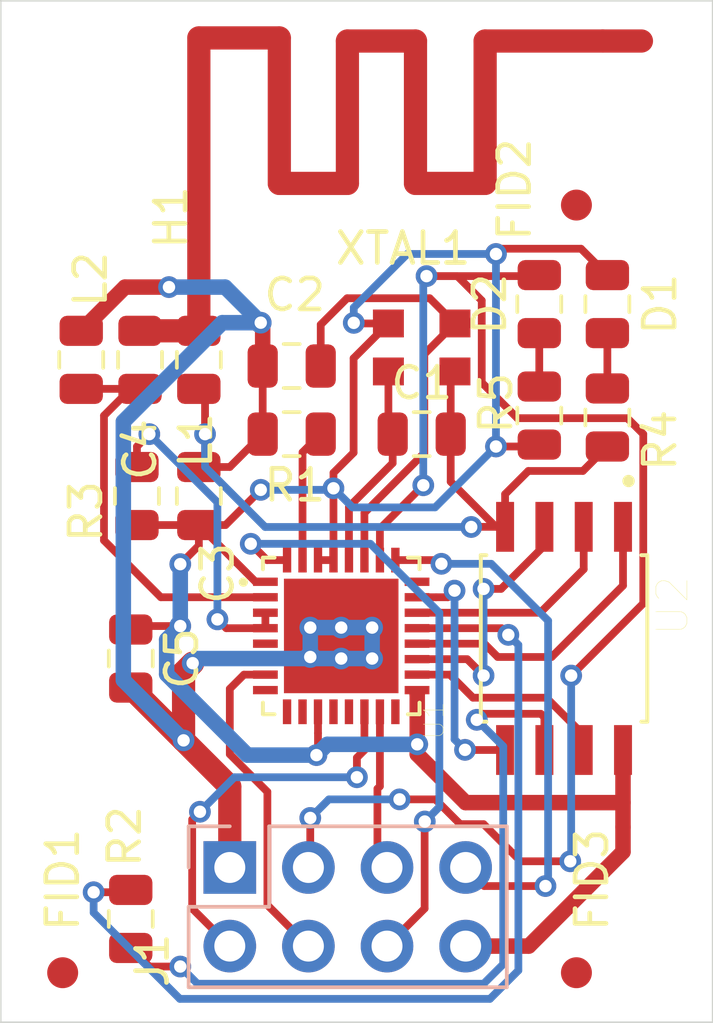
<source format=kicad_pcb>
(kicad_pcb (version 20171130) (host pcbnew "(5.1.6)-1")

  (general
    (thickness 1.6)
    (drawings 4)
    (tracks 292)
    (zones 0)
    (modules 22)
    (nets 33)
  )

  (page A4)
  (title_block
    (title "Replica mejorada modulo Wifi ESP-01S")
    (date 2020-09-25)
    (rev 1)
    (company "CESE11 - Federico Pacher")
    (comment 1 "Revisor Hanes Sciarrone")
  )

  (layers
    (0 F.Cu signal)
    (31 B.Cu signal)
    (32 B.Adhes user)
    (33 F.Adhes user)
    (34 B.Paste user hide)
    (35 F.Paste user)
    (36 B.SilkS user hide)
    (37 F.SilkS user hide)
    (38 B.Mask user)
    (39 F.Mask user hide)
    (40 Dwgs.User user)
    (41 Cmts.User user)
    (42 Eco1.User user)
    (43 Eco2.User user)
    (44 Edge.Cuts user)
    (45 Margin user)
    (46 B.CrtYd user hide)
    (47 F.CrtYd user hide)
    (48 B.Fab user hide)
    (49 F.Fab user hide)
  )

  (setup
    (last_trace_width 0.75)
    (user_trace_width 0.25)
    (user_trace_width 0.5)
    (user_trace_width 0.75)
    (user_trace_width 1)
    (trace_clearance 0.24)
    (zone_clearance 0.508)
    (zone_45_only no)
    (trace_min 0.2)
    (via_size 0.8)
    (via_drill 0.4)
    (via_min_size 0.4)
    (via_min_drill 0.3)
    (user_via 0.7 0.4)
    (user_via 0.8 0.4)
    (uvia_size 0.3)
    (uvia_drill 0.1)
    (uvias_allowed no)
    (uvia_min_size 0.2)
    (uvia_min_drill 0.1)
    (edge_width 0.05)
    (segment_width 0.2)
    (pcb_text_width 0.3)
    (pcb_text_size 1.5 1.5)
    (mod_edge_width 0.12)
    (mod_text_size 1 1)
    (mod_text_width 0.15)
    (pad_size 3.7 3.7)
    (pad_drill 0)
    (pad_to_mask_clearance 0.05)
    (aux_axis_origin 0 0)
    (visible_elements 7FFFFFFF)
    (pcbplotparams
      (layerselection 0x010fc_ffffffff)
      (usegerberextensions false)
      (usegerberattributes true)
      (usegerberadvancedattributes true)
      (creategerberjobfile true)
      (excludeedgelayer true)
      (linewidth 0.100000)
      (plotframeref false)
      (viasonmask false)
      (mode 1)
      (useauxorigin false)
      (hpglpennumber 1)
      (hpglpenspeed 20)
      (hpglpendiameter 15.000000)
      (psnegative false)
      (psa4output false)
      (plotreference true)
      (plotvalue true)
      (plotinvisibletext false)
      (padsonsilk false)
      (subtractmaskfromsilk false)
      (outputformat 1)
      (mirror false)
      (drillshape 1)
      (scaleselection 1)
      (outputdirectory ""))
  )

  (net 0 "")
  (net 1 GND)
  (net 2 +3V3)
  (net 3 "Net-(C4-Pad2)")
  (net 4 "Net-(C4-Pad1)")
  (net 5 "Net-(D1-Pad1)")
  (net 6 "Net-(D2-Pad2)")
  (net 7 "Net-(R1-Pad1)")
  (net 8 "Net-(R2-Pad2)")
  (net 9 "Net-(R2-Pad1)")
  (net 10 "Net-(R3-Pad2)")
  (net 11 "Net-(U1-Pad24)")
  (net 12 "Net-(U1-Pad23)")
  (net 13 "Net-(U1-Pad20)")
  (net 14 "Net-(U1-Pad19)")
  (net 15 "Net-(U1-Pad18)")
  (net 16 "Net-(U1-Pad16)")
  (net 17 "Net-(U1-Pad13)")
  (net 18 "Net-(U1-Pad12)")
  (net 19 "Net-(U1-Pad10)")
  (net 20 "Net-(U1-Pad9)")
  (net 21 "Net-(U1-Pad8)")
  (net 22 "Net-(U1-Pad6)")
  (net 23 "Net-(U1-Pad5)")
  (net 24 /EN_XTAL)
  (net 25 /SA_XTAL)
  (net 26 /UTXD)
  (net 27 /GPIO0)
  (net 28 /GPIO2)
  (net 29 /ENA)
  (net 30 /RST)
  (net 31 /URXD)
  (net 32 /SD0)

  (net_class Default "This is the default net class."
    (clearance 0.24)
    (trace_width 0.25)
    (via_dia 0.8)
    (via_drill 0.4)
    (uvia_dia 0.3)
    (uvia_drill 0.1)
    (add_net +3V3)
    (add_net /ENA)
    (add_net /EN_XTAL)
    (add_net /GPIO0)
    (add_net /GPIO2)
    (add_net /RST)
    (add_net /SA_XTAL)
    (add_net /SD0)
    (add_net /URXD)
    (add_net /UTXD)
    (add_net GND)
    (add_net "Net-(C4-Pad1)")
    (add_net "Net-(C4-Pad2)")
    (add_net "Net-(D1-Pad1)")
    (add_net "Net-(D2-Pad2)")
    (add_net "Net-(R1-Pad1)")
    (add_net "Net-(R2-Pad1)")
    (add_net "Net-(R2-Pad2)")
    (add_net "Net-(R3-Pad2)")
    (add_net "Net-(U1-Pad10)")
    (add_net "Net-(U1-Pad12)")
    (add_net "Net-(U1-Pad13)")
    (add_net "Net-(U1-Pad16)")
    (add_net "Net-(U1-Pad18)")
    (add_net "Net-(U1-Pad19)")
    (add_net "Net-(U1-Pad20)")
    (add_net "Net-(U1-Pad23)")
    (add_net "Net-(U1-Pad24)")
    (add_net "Net-(U1-Pad5)")
    (add_net "Net-(U1-Pad6)")
    (add_net "Net-(U1-Pad8)")
    (add_net "Net-(U1-Pad9)")
  )

  (module Resistor_SMD:R_0805_2012Metric (layer F.Cu) (tedit 5B36C52B) (tstamp 5F89B45B)
    (at 114.4 117.8 270)
    (descr "Resistor SMD 0805 (2012 Metric), square (rectangular) end terminal, IPC_7351 nominal, (Body size source: https://docs.google.com/spreadsheets/d/1BsfQQcO9C6DZCsRaXUlFlo91Tg2WpOkGARC1WS5S8t0/edit?usp=sharing), generated with kicad-footprint-generator")
    (tags resistor)
    (path /5F60810B)
    (attr smd)
    (fp_text reference D2 (at 0 1.6 90) (layer F.SilkS)
      (effects (font (size 1 1) (thickness 0.15)))
    )
    (fp_text value "BLUE LED" (at 0 1.65 90) (layer F.Fab)
      (effects (font (size 1 1) (thickness 0.15)))
    )
    (fp_text user %R (at 0 0 90) (layer F.Fab)
      (effects (font (size 0.5 0.5) (thickness 0.08)))
    )
    (fp_line (start -1 0.6) (end -1 -0.6) (layer F.Fab) (width 0.1))
    (fp_line (start -1 -0.6) (end 1 -0.6) (layer F.Fab) (width 0.1))
    (fp_line (start 1 -0.6) (end 1 0.6) (layer F.Fab) (width 0.1))
    (fp_line (start 1 0.6) (end -1 0.6) (layer F.Fab) (width 0.1))
    (fp_line (start -0.258578 -0.71) (end 0.258578 -0.71) (layer F.SilkS) (width 0.12))
    (fp_line (start -0.258578 0.71) (end 0.258578 0.71) (layer F.SilkS) (width 0.12))
    (fp_line (start -1.68 0.95) (end -1.68 -0.95) (layer F.CrtYd) (width 0.05))
    (fp_line (start -1.68 -0.95) (end 1.68 -0.95) (layer F.CrtYd) (width 0.05))
    (fp_line (start 1.68 -0.95) (end 1.68 0.95) (layer F.CrtYd) (width 0.05))
    (fp_line (start 1.68 0.95) (end -1.68 0.95) (layer F.CrtYd) (width 0.05))
    (pad 2 smd roundrect (at 0.9375 0 270) (size 0.975 1.4) (layers F.Cu F.Paste F.Mask) (roundrect_rratio 0.25)
      (net 6 "Net-(D2-Pad2)"))
    (pad 1 smd roundrect (at -0.9375 0 270) (size 0.975 1.4) (layers F.Cu F.Paste F.Mask) (roundrect_rratio 0.25)
      (net 26 /UTXD))
    (model ${KISYS3DMOD}/Resistor_SMD.3dshapes/R_0805_2012Metric.wrl
      (at (xyz 0 0 0))
      (scale (xyz 1 1 1))
      (rotate (xyz 0 0 0))
    )
  )

  (module ESP8266EX:QFN50P500X500X80-33N (layer F.Cu) (tedit 5F898E34) (tstamp 5F661682)
    (at 108 128.52)
    (path /5F5BBBAF)
    (clearance 0.2)
    (fp_text reference U1 (at 3 2.73 90) (layer F.SilkS)
      (effects (font (size 0.641117 0.641117) (thickness 0.015)))
    )
    (fp_text value ESP8266EX (at 5.33837 3.660597) (layer F.Fab)
      (effects (font (size 0.640524 0.640524) (thickness 0.015)))
    )
    (fp_line (start -2.78 2.135) (end -3.1 2.135) (layer F.CrtYd) (width 0.05))
    (fp_line (start -2.78 2.78) (end -2.78 2.135) (layer F.CrtYd) (width 0.05))
    (fp_line (start -2.135 2.78) (end -2.78 2.78) (layer F.CrtYd) (width 0.05))
    (fp_line (start -2.135 3.1) (end -2.135 2.78) (layer F.CrtYd) (width 0.05))
    (fp_line (start 2.135 3.1) (end -2.135 3.1) (layer F.CrtYd) (width 0.05))
    (fp_line (start 2.135 2.78) (end 2.135 3.1) (layer F.CrtYd) (width 0.05))
    (fp_line (start 2.78 2.78) (end 2.135 2.78) (layer F.CrtYd) (width 0.05))
    (fp_line (start 2.78 2.135) (end 2.78 2.78) (layer F.CrtYd) (width 0.05))
    (fp_line (start 3.1 2.135) (end 2.78 2.135) (layer F.CrtYd) (width 0.05))
    (fp_line (start 3.1 -2.135) (end 3.1 2.135) (layer F.CrtYd) (width 0.05))
    (fp_line (start 2.78 -2.135) (end 3.1 -2.135) (layer F.CrtYd) (width 0.05))
    (fp_line (start 2.78 -2.78) (end 2.78 -2.135) (layer F.CrtYd) (width 0.05))
    (fp_line (start 2.135 -2.78) (end 2.78 -2.78) (layer F.CrtYd) (width 0.05))
    (fp_line (start 2.135 -3.1) (end 2.135 -2.78) (layer F.CrtYd) (width 0.05))
    (fp_line (start -2.135 -3.1) (end 2.135 -3.1) (layer F.CrtYd) (width 0.05))
    (fp_line (start -2.135 -2.78) (end -2.135 -3.1) (layer F.CrtYd) (width 0.05))
    (fp_line (start -2.78 -2.78) (end -2.135 -2.78) (layer F.CrtYd) (width 0.05))
    (fp_line (start -2.78 -2.135) (end -2.78 -2.78) (layer F.CrtYd) (width 0.05))
    (fp_line (start -3.1 -2.135) (end -2.78 -2.135) (layer F.CrtYd) (width 0.05))
    (fp_line (start -3.1 2.135) (end -3.1 -2.135) (layer F.CrtYd) (width 0.05))
    (fp_circle (center -3.1625 -1.73937) (end -3.0875 -1.73937) (layer F.SilkS) (width 0.15))
    (fp_line (start -2.53 2.53) (end -2.53 2.15563) (layer F.SilkS) (width 0.127))
    (fp_line (start -2.15563 2.53) (end -2.53 2.53) (layer F.SilkS) (width 0.127))
    (fp_line (start 2.53 2.53) (end 2.15563 2.53) (layer F.SilkS) (width 0.127))
    (fp_line (start 2.53 2.15563) (end 2.53 2.53) (layer F.SilkS) (width 0.127))
    (fp_line (start 2.53 -2.53) (end 2.53 -2.15563) (layer F.SilkS) (width 0.127))
    (fp_line (start 2.15563 -2.53) (end 2.53 -2.53) (layer F.SilkS) (width 0.127))
    (fp_line (start -2.53 -2.53) (end -2.15563 -2.53) (layer F.SilkS) (width 0.127))
    (fp_line (start -2.53 -2.15563) (end -2.53 -2.53) (layer F.SilkS) (width 0.127))
    (fp_line (start -2.53 -2.53) (end -2.53 2.53) (layer F.Fab) (width 0.127))
    (fp_line (start 2.53 -2.53) (end -2.53 -2.53) (layer F.Fab) (width 0.127))
    (fp_line (start 2.53 2.53) (end 2.53 -2.53) (layer F.Fab) (width 0.127))
    (fp_line (start -2.53 2.53) (end 2.53 2.53) (layer F.Fab) (width 0.127))
    (fp_poly (pts (xy -1.17231 -1.17) (xy 1.17 -1.17) (xy 1.17 1.17231) (xy -1.17231 1.17231)) (layer F.Paste) (width 0.01))
    (pad 33 smd rect (at 0 0) (size 3.7 3.7) (layers F.Cu F.Mask)
      (net 1 GND) (clearance 0.2))
    (pad 32 smd rect (at -1.75 -2.45) (size 0.27 0.8) (layers F.Cu F.Paste F.Mask)
      (net 30 /RST))
    (pad 31 smd rect (at -1.25 -2.45) (size 0.27 0.8) (layers F.Cu F.Paste F.Mask)
      (net 7 "Net-(R1-Pad1)"))
    (pad 30 smd rect (at -0.75 -2.45) (size 0.27 0.8) (layers F.Cu F.Paste F.Mask)
      (net 2 +3V3))
    (pad 29 smd rect (at -0.25 -2.45) (size 0.27 0.8) (layers F.Cu F.Paste F.Mask)
      (net 2 +3V3))
    (pad 28 smd rect (at 0.25 -2.45) (size 0.27 0.8) (layers F.Cu F.Paste F.Mask)
      (net 24 /EN_XTAL))
    (pad 27 smd rect (at 0.75 -2.45) (size 0.27 0.8) (layers F.Cu F.Paste F.Mask)
      (net 25 /SA_XTAL))
    (pad 26 smd rect (at 1.25 -2.45) (size 0.27 0.8) (layers F.Cu F.Paste F.Mask)
      (net 26 /UTXD))
    (pad 25 smd rect (at 1.75 -2.45) (size 0.27 0.8) (layers F.Cu F.Paste F.Mask)
      (net 31 /URXD))
    (pad 24 smd rect (at 2.45 -1.75) (size 0.8 0.27) (layers F.Cu F.Paste F.Mask)
      (net 11 "Net-(U1-Pad24)"))
    (pad 23 smd rect (at 2.45 -1.25) (size 0.8 0.27) (layers F.Cu F.Paste F.Mask)
      (net 12 "Net-(U1-Pad23)"))
    (pad 22 smd rect (at 2.45 -0.75) (size 0.8 0.27) (layers F.Cu F.Paste F.Mask)
      (net 32 /SD0))
    (pad 21 smd rect (at 2.45 -0.25) (size 0.8 0.27) (layers F.Cu F.Paste F.Mask)
      (net 8 "Net-(R2-Pad2)"))
    (pad 20 smd rect (at 2.45 0.25) (size 0.8 0.27) (layers F.Cu F.Paste F.Mask)
      (net 13 "Net-(U1-Pad20)"))
    (pad 19 smd rect (at 2.45 0.75) (size 0.8 0.27) (layers F.Cu F.Paste F.Mask)
      (net 14 "Net-(U1-Pad19)"))
    (pad 18 smd rect (at 2.45 1.25) (size 0.8 0.27) (layers F.Cu F.Paste F.Mask)
      (net 15 "Net-(U1-Pad18)"))
    (pad 17 smd rect (at 2.45 1.75) (size 0.8 0.27) (layers F.Cu F.Paste F.Mask)
      (net 2 +3V3))
    (pad 16 smd rect (at 1.75 2.45) (size 0.27 0.8) (layers F.Cu F.Paste F.Mask)
      (net 16 "Net-(U1-Pad16)"))
    (pad 15 smd rect (at 1.25 2.45) (size 0.27 0.8) (layers F.Cu F.Paste F.Mask)
      (net 27 /GPIO0))
    (pad 14 smd rect (at 0.75 2.45) (size 0.27 0.8) (layers F.Cu F.Paste F.Mask)
      (net 28 /GPIO2))
    (pad 13 smd rect (at 0.25 2.45) (size 0.27 0.8) (layers F.Cu F.Paste F.Mask)
      (net 17 "Net-(U1-Pad13)"))
    (pad 12 smd rect (at -0.25 2.45) (size 0.27 0.8) (layers F.Cu F.Paste F.Mask)
      (net 18 "Net-(U1-Pad12)"))
    (pad 11 smd rect (at -0.75 2.45) (size 0.27 0.8) (layers F.Cu F.Paste F.Mask)
      (net 2 +3V3))
    (pad 10 smd rect (at -1.25 2.45) (size 0.27 0.8) (layers F.Cu F.Paste F.Mask)
      (net 19 "Net-(U1-Pad10)"))
    (pad 9 smd rect (at -1.75 2.45) (size 0.27 0.8) (layers F.Cu F.Paste F.Mask)
      (net 20 "Net-(U1-Pad9)"))
    (pad 8 smd rect (at -2.45 1.75) (size 0.8 0.27) (layers F.Cu F.Paste F.Mask)
      (net 21 "Net-(U1-Pad8)"))
    (pad 7 smd rect (at -2.45 1.25) (size 0.8 0.27) (layers F.Cu F.Paste F.Mask)
      (net 29 /ENA))
    (pad 6 smd rect (at -2.45 0.75) (size 0.8 0.27) (layers F.Cu F.Paste F.Mask)
      (net 22 "Net-(U1-Pad6)"))
    (pad 5 smd rect (at -2.45 0.25) (size 0.8 0.27) (layers F.Cu F.Paste F.Mask)
      (net 23 "Net-(U1-Pad5)"))
    (pad 4 smd rect (at -2.45 -0.25) (size 0.8 0.27) (layers F.Cu F.Paste F.Mask)
      (net 10 "Net-(R3-Pad2)"))
    (pad 3 smd rect (at -2.45 -0.75) (size 0.8 0.27) (layers F.Cu F.Paste F.Mask)
      (net 10 "Net-(R3-Pad2)"))
    (pad 2 smd rect (at -2.45 -1.25) (size 0.8 0.27) (layers F.Cu F.Paste F.Mask)
      (net 4 "Net-(C4-Pad1)"))
    (pad 1 smd rect (at -2.45 -1.75) (size 0.8 0.27) (layers F.Cu F.Paste F.Mask)
      (net 2 +3V3))
    (model ${KISYS3DMOD}/Package_DFN_QFN.3dshapes/QFN-32-1EP_5x5mm_P0.5mm_EP3.6x3.6mm.step
      (at (xyz 0 0 0))
      (scale (xyz 1 1 1))
      (rotate (xyz 0 0 0))
    )
  )

  (module Resistor_SMD:R_0805_2012Metric (layer F.Cu) (tedit 5B36C52B) (tstamp 5F89DD29)
    (at 114.4 121.4 270)
    (descr "Resistor SMD 0805 (2012 Metric), square (rectangular) end terminal, IPC_7351 nominal, (Body size source: https://docs.google.com/spreadsheets/d/1BsfQQcO9C6DZCsRaXUlFlo91Tg2WpOkGARC1WS5S8t0/edit?usp=sharing), generated with kicad-footprint-generator")
    (tags resistor)
    (path /5F5D9652)
    (attr smd)
    (fp_text reference R5 (at -0.4 1.4 90) (layer F.SilkS)
      (effects (font (size 1 1) (thickness 0.15)))
    )
    (fp_text value 2K2 (at 0 1.65 90) (layer F.Fab)
      (effects (font (size 1 1) (thickness 0.15)))
    )
    (fp_text user %R (at 0 0 90) (layer F.Fab)
      (effects (font (size 0.5 0.5) (thickness 0.08)))
    )
    (fp_line (start -1 0.6) (end -1 -0.6) (layer F.Fab) (width 0.1))
    (fp_line (start -1 -0.6) (end 1 -0.6) (layer F.Fab) (width 0.1))
    (fp_line (start 1 -0.6) (end 1 0.6) (layer F.Fab) (width 0.1))
    (fp_line (start 1 0.6) (end -1 0.6) (layer F.Fab) (width 0.1))
    (fp_line (start -0.258578 -0.71) (end 0.258578 -0.71) (layer F.SilkS) (width 0.12))
    (fp_line (start -0.258578 0.71) (end 0.258578 0.71) (layer F.SilkS) (width 0.12))
    (fp_line (start -1.68 0.95) (end -1.68 -0.95) (layer F.CrtYd) (width 0.05))
    (fp_line (start -1.68 -0.95) (end 1.68 -0.95) (layer F.CrtYd) (width 0.05))
    (fp_line (start 1.68 -0.95) (end 1.68 0.95) (layer F.CrtYd) (width 0.05))
    (fp_line (start 1.68 0.95) (end -1.68 0.95) (layer F.CrtYd) (width 0.05))
    (pad 2 smd roundrect (at 0.9375 0 270) (size 0.975 1.4) (layers F.Cu F.Paste F.Mask) (roundrect_rratio 0.25)
      (net 2 +3V3))
    (pad 1 smd roundrect (at -0.9375 0 270) (size 0.975 1.4) (layers F.Cu F.Paste F.Mask) (roundrect_rratio 0.25)
      (net 6 "Net-(D2-Pad2)"))
    (model ${KISYS3DMOD}/Resistor_SMD.3dshapes/R_0805_2012Metric.wrl
      (at (xyz 0 0 0))
      (scale (xyz 1 1 1))
      (rotate (xyz 0 0 0))
    )
  )

  (module Resistor_SMD:R_0805_2012Metric (layer F.Cu) (tedit 5B36C52B) (tstamp 5F89B3FB)
    (at 116.6 121.4625 90)
    (descr "Resistor SMD 0805 (2012 Metric), square (rectangular) end terminal, IPC_7351 nominal, (Body size source: https://docs.google.com/spreadsheets/d/1BsfQQcO9C6DZCsRaXUlFlo91Tg2WpOkGARC1WS5S8t0/edit?usp=sharing), generated with kicad-footprint-generator")
    (tags resistor)
    (path /5F5D9533)
    (attr smd)
    (fp_text reference R4 (at -0.7375 1.7 90) (layer F.SilkS)
      (effects (font (size 1 1) (thickness 0.15)))
    )
    (fp_text value 4K7 (at 0 1.65 90) (layer F.Fab)
      (effects (font (size 1 1) (thickness 0.15)))
    )
    (fp_text user %R (at 0 0 90) (layer F.Fab)
      (effects (font (size 0.5 0.5) (thickness 0.08)))
    )
    (fp_line (start -1 0.6) (end -1 -0.6) (layer F.Fab) (width 0.1))
    (fp_line (start -1 -0.6) (end 1 -0.6) (layer F.Fab) (width 0.1))
    (fp_line (start 1 -0.6) (end 1 0.6) (layer F.Fab) (width 0.1))
    (fp_line (start 1 0.6) (end -1 0.6) (layer F.Fab) (width 0.1))
    (fp_line (start -0.258578 -0.71) (end 0.258578 -0.71) (layer F.SilkS) (width 0.12))
    (fp_line (start -0.258578 0.71) (end 0.258578 0.71) (layer F.SilkS) (width 0.12))
    (fp_line (start -1.68 0.95) (end -1.68 -0.95) (layer F.CrtYd) (width 0.05))
    (fp_line (start -1.68 -0.95) (end 1.68 -0.95) (layer F.CrtYd) (width 0.05))
    (fp_line (start 1.68 -0.95) (end 1.68 0.95) (layer F.CrtYd) (width 0.05))
    (fp_line (start 1.68 0.95) (end -1.68 0.95) (layer F.CrtYd) (width 0.05))
    (pad 2 smd roundrect (at 0.9375 0 90) (size 0.975 1.4) (layers F.Cu F.Paste F.Mask) (roundrect_rratio 0.25)
      (net 5 "Net-(D1-Pad1)"))
    (pad 1 smd roundrect (at -0.9375 0 90) (size 0.975 1.4) (layers F.Cu F.Paste F.Mask) (roundrect_rratio 0.25)
      (net 1 GND))
    (model ${KISYS3DMOD}/Resistor_SMD.3dshapes/R_0805_2012Metric.wrl
      (at (xyz 0 0 0))
      (scale (xyz 1 1 1))
      (rotate (xyz 0 0 0))
    )
  )

  (module Resistor_SMD:R_0805_2012Metric (layer F.Cu) (tedit 5B36C52B) (tstamp 5F6627CA)
    (at 101.4 124 90)
    (descr "Resistor SMD 0805 (2012 Metric), square (rectangular) end terminal, IPC_7351 nominal, (Body size source: https://docs.google.com/spreadsheets/d/1BsfQQcO9C6DZCsRaXUlFlo91Tg2WpOkGARC1WS5S8t0/edit?usp=sharing), generated with kicad-footprint-generator")
    (tags resistor)
    (path /5F5D8909)
    (attr smd)
    (fp_text reference R3 (at -0.5 -1.65 90) (layer F.SilkS)
      (effects (font (size 1 1) (thickness 0.15)))
    )
    (fp_text value 0 (at 0 1.65 90) (layer F.Fab)
      (effects (font (size 1 1) (thickness 0.15)))
    )
    (fp_text user %R (at 0 0 90) (layer F.Fab)
      (effects (font (size 0.5 0.5) (thickness 0.08)))
    )
    (fp_line (start -1 0.6) (end -1 -0.6) (layer F.Fab) (width 0.1))
    (fp_line (start -1 -0.6) (end 1 -0.6) (layer F.Fab) (width 0.1))
    (fp_line (start 1 -0.6) (end 1 0.6) (layer F.Fab) (width 0.1))
    (fp_line (start 1 0.6) (end -1 0.6) (layer F.Fab) (width 0.1))
    (fp_line (start -0.258578 -0.71) (end 0.258578 -0.71) (layer F.SilkS) (width 0.12))
    (fp_line (start -0.258578 0.71) (end 0.258578 0.71) (layer F.SilkS) (width 0.12))
    (fp_line (start -1.68 0.95) (end -1.68 -0.95) (layer F.CrtYd) (width 0.05))
    (fp_line (start -1.68 -0.95) (end 1.68 -0.95) (layer F.CrtYd) (width 0.05))
    (fp_line (start 1.68 -0.95) (end 1.68 0.95) (layer F.CrtYd) (width 0.05))
    (fp_line (start 1.68 0.95) (end -1.68 0.95) (layer F.CrtYd) (width 0.05))
    (pad 2 smd roundrect (at 0.9375 0 90) (size 0.975 1.4) (layers F.Cu F.Paste F.Mask) (roundrect_rratio 0.25)
      (net 10 "Net-(R3-Pad2)"))
    (pad 1 smd roundrect (at -0.9375 0 90) (size 0.975 1.4) (layers F.Cu F.Paste F.Mask) (roundrect_rratio 0.25)
      (net 2 +3V3))
    (model ${KISYS3DMOD}/Resistor_SMD.3dshapes/R_0805_2012Metric.wrl
      (at (xyz 0 0 0))
      (scale (xyz 1 1 1))
      (rotate (xyz 0 0 0))
    )
  )

  (module Resistor_SMD:R_0805_2012Metric (layer F.Cu) (tedit 5B36C52B) (tstamp 5F788A7F)
    (at 101.2 137.6625 90)
    (descr "Resistor SMD 0805 (2012 Metric), square (rectangular) end terminal, IPC_7351 nominal, (Body size source: https://docs.google.com/spreadsheets/d/1BsfQQcO9C6DZCsRaXUlFlo91Tg2WpOkGARC1WS5S8t0/edit?usp=sharing), generated with kicad-footprint-generator")
    (tags resistor)
    (path /5F5C238F)
    (attr smd)
    (fp_text reference R2 (at 2.6625 -0.2 90) (layer F.SilkS)
      (effects (font (size 1 1) (thickness 0.15)))
    )
    (fp_text value 200 (at 0 1.65 90) (layer F.Fab)
      (effects (font (size 1 1) (thickness 0.15)))
    )
    (fp_text user %R (at 0 0 90) (layer F.Fab)
      (effects (font (size 0.5 0.5) (thickness 0.08)))
    )
    (fp_line (start -1 0.6) (end -1 -0.6) (layer F.Fab) (width 0.1))
    (fp_line (start -1 -0.6) (end 1 -0.6) (layer F.Fab) (width 0.1))
    (fp_line (start 1 -0.6) (end 1 0.6) (layer F.Fab) (width 0.1))
    (fp_line (start 1 0.6) (end -1 0.6) (layer F.Fab) (width 0.1))
    (fp_line (start -0.258578 -0.71) (end 0.258578 -0.71) (layer F.SilkS) (width 0.12))
    (fp_line (start -0.258578 0.71) (end 0.258578 0.71) (layer F.SilkS) (width 0.12))
    (fp_line (start -1.68 0.95) (end -1.68 -0.95) (layer F.CrtYd) (width 0.05))
    (fp_line (start -1.68 -0.95) (end 1.68 -0.95) (layer F.CrtYd) (width 0.05))
    (fp_line (start 1.68 -0.95) (end 1.68 0.95) (layer F.CrtYd) (width 0.05))
    (fp_line (start 1.68 0.95) (end -1.68 0.95) (layer F.CrtYd) (width 0.05))
    (pad 2 smd roundrect (at 0.9375 0 90) (size 0.975 1.4) (layers F.Cu F.Paste F.Mask) (roundrect_rratio 0.25)
      (net 8 "Net-(R2-Pad2)"))
    (pad 1 smd roundrect (at -0.9375 0 90) (size 0.975 1.4) (layers F.Cu F.Paste F.Mask) (roundrect_rratio 0.25)
      (net 9 "Net-(R2-Pad1)"))
    (model ${KISYS3DMOD}/Resistor_SMD.3dshapes/R_0805_2012Metric.wrl
      (at (xyz 0 0 0))
      (scale (xyz 1 1 1))
      (rotate (xyz 0 0 0))
    )
  )

  (module Resistor_SMD:R_0805_2012Metric (layer F.Cu) (tedit 5B36C52B) (tstamp 5F89ACF0)
    (at 106.4 122 180)
    (descr "Resistor SMD 0805 (2012 Metric), square (rectangular) end terminal, IPC_7351 nominal, (Body size source: https://docs.google.com/spreadsheets/d/1BsfQQcO9C6DZCsRaXUlFlo91Tg2WpOkGARC1WS5S8t0/edit?usp=sharing), generated with kicad-footprint-generator")
    (tags resistor)
    (path /5F5C0754)
    (attr smd)
    (fp_text reference R1 (at -0.1 -1.65) (layer F.SilkS)
      (effects (font (size 1 1) (thickness 0.15)))
    )
    (fp_text value 12K+/-1% (at 0 1.65) (layer F.Fab)
      (effects (font (size 1 1) (thickness 0.15)))
    )
    (fp_text user %R (at 0 0) (layer F.Fab)
      (effects (font (size 0.5 0.5) (thickness 0.08)))
    )
    (fp_line (start -1 0.6) (end -1 -0.6) (layer F.Fab) (width 0.1))
    (fp_line (start -1 -0.6) (end 1 -0.6) (layer F.Fab) (width 0.1))
    (fp_line (start 1 -0.6) (end 1 0.6) (layer F.Fab) (width 0.1))
    (fp_line (start 1 0.6) (end -1 0.6) (layer F.Fab) (width 0.1))
    (fp_line (start -0.258578 -0.71) (end 0.258578 -0.71) (layer F.SilkS) (width 0.12))
    (fp_line (start -0.258578 0.71) (end 0.258578 0.71) (layer F.SilkS) (width 0.12))
    (fp_line (start -1.68 0.95) (end -1.68 -0.95) (layer F.CrtYd) (width 0.05))
    (fp_line (start -1.68 -0.95) (end 1.68 -0.95) (layer F.CrtYd) (width 0.05))
    (fp_line (start 1.68 -0.95) (end 1.68 0.95) (layer F.CrtYd) (width 0.05))
    (fp_line (start 1.68 0.95) (end -1.68 0.95) (layer F.CrtYd) (width 0.05))
    (pad 2 smd roundrect (at 0.9375 0 180) (size 0.975 1.4) (layers F.Cu F.Paste F.Mask) (roundrect_rratio 0.25)
      (net 1 GND))
    (pad 1 smd roundrect (at -0.9375 0 180) (size 0.975 1.4) (layers F.Cu F.Paste F.Mask) (roundrect_rratio 0.25)
      (net 7 "Net-(R1-Pad1)"))
    (model ${KISYS3DMOD}/Resistor_SMD.3dshapes/R_0805_2012Metric.wrl
      (at (xyz 0 0 0))
      (scale (xyz 1 1 1))
      (rotate (xyz 0 0 0))
    )
  )

  (module Resistor_SMD:R_0805_2012Metric (layer F.Cu) (tedit 5B36C52B) (tstamp 5F89B7EE)
    (at 116.6 117.8 90)
    (descr "Resistor SMD 0805 (2012 Metric), square (rectangular) end terminal, IPC_7351 nominal, (Body size source: https://docs.google.com/spreadsheets/d/1BsfQQcO9C6DZCsRaXUlFlo91Tg2WpOkGARC1WS5S8t0/edit?usp=sharing), generated with kicad-footprint-generator")
    (tags resistor)
    (path /5F604891)
    (attr smd)
    (fp_text reference D1 (at 0 1.7 90) (layer F.SilkS)
      (effects (font (size 1 1) (thickness 0.15)))
    )
    (fp_text value "RED LED" (at 0 1.65 90) (layer F.Fab)
      (effects (font (size 1 1) (thickness 0.15)))
    )
    (fp_text user %R (at 0 0 90) (layer F.Fab)
      (effects (font (size 0.5 0.5) (thickness 0.08)))
    )
    (fp_line (start -1 0.6) (end -1 -0.6) (layer F.Fab) (width 0.1))
    (fp_line (start -1 -0.6) (end 1 -0.6) (layer F.Fab) (width 0.1))
    (fp_line (start 1 -0.6) (end 1 0.6) (layer F.Fab) (width 0.1))
    (fp_line (start 1 0.6) (end -1 0.6) (layer F.Fab) (width 0.1))
    (fp_line (start -0.258578 -0.71) (end 0.258578 -0.71) (layer F.SilkS) (width 0.12))
    (fp_line (start -0.258578 0.71) (end 0.258578 0.71) (layer F.SilkS) (width 0.12))
    (fp_line (start -1.68 0.95) (end -1.68 -0.95) (layer F.CrtYd) (width 0.05))
    (fp_line (start -1.68 -0.95) (end 1.68 -0.95) (layer F.CrtYd) (width 0.05))
    (fp_line (start 1.68 -0.95) (end 1.68 0.95) (layer F.CrtYd) (width 0.05))
    (fp_line (start 1.68 0.95) (end -1.68 0.95) (layer F.CrtYd) (width 0.05))
    (pad 2 smd roundrect (at 0.9375 0 90) (size 0.975 1.4) (layers F.Cu F.Paste F.Mask) (roundrect_rratio 0.25)
      (net 2 +3V3))
    (pad 1 smd roundrect (at -0.9375 0 90) (size 0.975 1.4) (layers F.Cu F.Paste F.Mask) (roundrect_rratio 0.25)
      (net 5 "Net-(D1-Pad1)"))
    (model ${KISYS3DMOD}/Resistor_SMD.3dshapes/R_0805_2012Metric.wrl
      (at (xyz 0 0 0))
      (scale (xyz 1 1 1))
      (rotate (xyz 0 0 0))
    )
  )

  (module Capacitor_SMD:C_0805_2012Metric (layer F.Cu) (tedit 5B36C52B) (tstamp 5F77A5AF)
    (at 101.2 129.25 270)
    (descr "Capacitor SMD 0805 (2012 Metric), square (rectangular) end terminal, IPC_7351 nominal, (Body size source: https://docs.google.com/spreadsheets/d/1BsfQQcO9C6DZCsRaXUlFlo91Tg2WpOkGARC1WS5S8t0/edit?usp=sharing), generated with kicad-footprint-generator")
    (tags capacitor)
    (path /5F5C4711)
    (attr smd)
    (fp_text reference C5 (at 0 -1.65 90) (layer F.SilkS)
      (effects (font (size 1 1) (thickness 0.15)))
    )
    (fp_text value 10uF (at 0 1.65 90) (layer F.Fab)
      (effects (font (size 1 1) (thickness 0.15)))
    )
    (fp_text user %R (at 0 0 90) (layer F.Fab)
      (effects (font (size 0.5 0.5) (thickness 0.08)))
    )
    (fp_line (start -1 0.6) (end -1 -0.6) (layer F.Fab) (width 0.1))
    (fp_line (start -1 -0.6) (end 1 -0.6) (layer F.Fab) (width 0.1))
    (fp_line (start 1 -0.6) (end 1 0.6) (layer F.Fab) (width 0.1))
    (fp_line (start 1 0.6) (end -1 0.6) (layer F.Fab) (width 0.1))
    (fp_line (start -0.258578 -0.71) (end 0.258578 -0.71) (layer F.SilkS) (width 0.12))
    (fp_line (start -0.258578 0.71) (end 0.258578 0.71) (layer F.SilkS) (width 0.12))
    (fp_line (start -1.68 0.95) (end -1.68 -0.95) (layer F.CrtYd) (width 0.05))
    (fp_line (start -1.68 -0.95) (end 1.68 -0.95) (layer F.CrtYd) (width 0.05))
    (fp_line (start 1.68 -0.95) (end 1.68 0.95) (layer F.CrtYd) (width 0.05))
    (fp_line (start 1.68 0.95) (end -1.68 0.95) (layer F.CrtYd) (width 0.05))
    (pad 2 smd roundrect (at 0.9375 0 270) (size 0.975 1.4) (layers F.Cu F.Paste F.Mask) (roundrect_rratio 0.25)
      (net 1 GND))
    (pad 1 smd roundrect (at -0.9375 0 270) (size 0.975 1.4) (layers F.Cu F.Paste F.Mask) (roundrect_rratio 0.25)
      (net 2 +3V3))
    (model ${KISYS3DMOD}/Capacitor_SMD.3dshapes/C_0805_2012Metric.wrl
      (at (xyz 0 0 0))
      (scale (xyz 1 1 1))
      (rotate (xyz 0 0 0))
    )
  )

  (module Capacitor_SMD:C_0805_2012Metric (layer F.Cu) (tedit 5B36C52B) (tstamp 5F665934)
    (at 101.5 119.6 90)
    (descr "Capacitor SMD 0805 (2012 Metric), square (rectangular) end terminal, IPC_7351 nominal, (Body size source: https://docs.google.com/spreadsheets/d/1BsfQQcO9C6DZCsRaXUlFlo91Tg2WpOkGARC1WS5S8t0/edit?usp=sharing), generated with kicad-footprint-generator")
    (tags capacitor)
    (path /5F5C4361)
    (attr smd)
    (fp_text reference C4 (at -2.9 0 90) (layer F.SilkS)
      (effects (font (size 1 1) (thickness 0.15)))
    )
    (fp_text value 5.6pF (at 0 1.65 90) (layer F.Fab)
      (effects (font (size 1 1) (thickness 0.15)))
    )
    (fp_text user %R (at 0 0 90) (layer F.Fab)
      (effects (font (size 0.5 0.5) (thickness 0.08)))
    )
    (fp_line (start -1 0.6) (end -1 -0.6) (layer F.Fab) (width 0.1))
    (fp_line (start -1 -0.6) (end 1 -0.6) (layer F.Fab) (width 0.1))
    (fp_line (start 1 -0.6) (end 1 0.6) (layer F.Fab) (width 0.1))
    (fp_line (start 1 0.6) (end -1 0.6) (layer F.Fab) (width 0.1))
    (fp_line (start -0.258578 -0.71) (end 0.258578 -0.71) (layer F.SilkS) (width 0.12))
    (fp_line (start -0.258578 0.71) (end 0.258578 0.71) (layer F.SilkS) (width 0.12))
    (fp_line (start -1.68 0.95) (end -1.68 -0.95) (layer F.CrtYd) (width 0.05))
    (fp_line (start -1.68 -0.95) (end 1.68 -0.95) (layer F.CrtYd) (width 0.05))
    (fp_line (start 1.68 -0.95) (end 1.68 0.95) (layer F.CrtYd) (width 0.05))
    (fp_line (start 1.68 0.95) (end -1.68 0.95) (layer F.CrtYd) (width 0.05))
    (pad 2 smd roundrect (at 0.9375 0 90) (size 0.975 1.4) (layers F.Cu F.Paste F.Mask) (roundrect_rratio 0.25)
      (net 3 "Net-(C4-Pad2)"))
    (pad 1 smd roundrect (at -0.9375 0 90) (size 0.975 1.4) (layers F.Cu F.Paste F.Mask) (roundrect_rratio 0.25)
      (net 4 "Net-(C4-Pad1)"))
    (model ${KISYS3DMOD}/Capacitor_SMD.3dshapes/C_0805_2012Metric.wrl
      (at (xyz 0 0 0))
      (scale (xyz 1 1 1))
      (rotate (xyz 0 0 0))
    )
  )

  (module Capacitor_SMD:C_0805_2012Metric (layer F.Cu) (tedit 5B36C52B) (tstamp 5F658C1C)
    (at 103.4 124 90)
    (descr "Capacitor SMD 0805 (2012 Metric), square (rectangular) end terminal, IPC_7351 nominal, (Body size source: https://docs.google.com/spreadsheets/d/1BsfQQcO9C6DZCsRaXUlFlo91Tg2WpOkGARC1WS5S8t0/edit?usp=sharing), generated with kicad-footprint-generator")
    (tags capacitor)
    (path /5F5C39FA)
    (attr smd)
    (fp_text reference C3 (at -2.5 0.6 90) (layer F.SilkS)
      (effects (font (size 1 1) (thickness 0.15)))
    )
    (fp_text value 0.1uF (at 0 1.65 90) (layer F.Fab)
      (effects (font (size 1 1) (thickness 0.15)))
    )
    (fp_text user %R (at 0 0 90) (layer F.Fab)
      (effects (font (size 0.5 0.5) (thickness 0.08)))
    )
    (fp_line (start -1 0.6) (end -1 -0.6) (layer F.Fab) (width 0.1))
    (fp_line (start -1 -0.6) (end 1 -0.6) (layer F.Fab) (width 0.1))
    (fp_line (start 1 -0.6) (end 1 0.6) (layer F.Fab) (width 0.1))
    (fp_line (start 1 0.6) (end -1 0.6) (layer F.Fab) (width 0.1))
    (fp_line (start -0.258578 -0.71) (end 0.258578 -0.71) (layer F.SilkS) (width 0.12))
    (fp_line (start -0.258578 0.71) (end 0.258578 0.71) (layer F.SilkS) (width 0.12))
    (fp_line (start -1.68 0.95) (end -1.68 -0.95) (layer F.CrtYd) (width 0.05))
    (fp_line (start -1.68 -0.95) (end 1.68 -0.95) (layer F.CrtYd) (width 0.05))
    (fp_line (start 1.68 -0.95) (end 1.68 0.95) (layer F.CrtYd) (width 0.05))
    (fp_line (start 1.68 0.95) (end -1.68 0.95) (layer F.CrtYd) (width 0.05))
    (pad 2 smd roundrect (at 0.9375 0 90) (size 0.975 1.4) (layers F.Cu F.Paste F.Mask) (roundrect_rratio 0.25)
      (net 1 GND))
    (pad 1 smd roundrect (at -0.9375 0 90) (size 0.975 1.4) (layers F.Cu F.Paste F.Mask) (roundrect_rratio 0.25)
      (net 2 +3V3))
    (model ${KISYS3DMOD}/Capacitor_SMD.3dshapes/C_0805_2012Metric.wrl
      (at (xyz 0 0 0))
      (scale (xyz 1 1 1))
      (rotate (xyz 0 0 0))
    )
  )

  (module Capacitor_SMD:C_0805_2012Metric (layer F.Cu) (tedit 5B36C52B) (tstamp 5F787F69)
    (at 106.4 119.8 180)
    (descr "Capacitor SMD 0805 (2012 Metric), square (rectangular) end terminal, IPC_7351 nominal, (Body size source: https://docs.google.com/spreadsheets/d/1BsfQQcO9C6DZCsRaXUlFlo91Tg2WpOkGARC1WS5S8t0/edit?usp=sharing), generated with kicad-footprint-generator")
    (tags capacitor)
    (path /5F5C4014)
    (attr smd)
    (fp_text reference C2 (at -0.1 2.3) (layer F.SilkS)
      (effects (font (size 1 1) (thickness 0.15)))
    )
    (fp_text value "CAP NP" (at 0 1.65) (layer F.Fab)
      (effects (font (size 1 1) (thickness 0.15)))
    )
    (fp_text user %R (at 0 0) (layer F.Fab)
      (effects (font (size 0.5 0.5) (thickness 0.08)))
    )
    (fp_line (start -1 0.6) (end -1 -0.6) (layer F.Fab) (width 0.1))
    (fp_line (start -1 -0.6) (end 1 -0.6) (layer F.Fab) (width 0.1))
    (fp_line (start 1 -0.6) (end 1 0.6) (layer F.Fab) (width 0.1))
    (fp_line (start 1 0.6) (end -1 0.6) (layer F.Fab) (width 0.1))
    (fp_line (start -0.258578 -0.71) (end 0.258578 -0.71) (layer F.SilkS) (width 0.12))
    (fp_line (start -0.258578 0.71) (end 0.258578 0.71) (layer F.SilkS) (width 0.12))
    (fp_line (start -1.68 0.95) (end -1.68 -0.95) (layer F.CrtYd) (width 0.05))
    (fp_line (start -1.68 -0.95) (end 1.68 -0.95) (layer F.CrtYd) (width 0.05))
    (fp_line (start 1.68 -0.95) (end 1.68 0.95) (layer F.CrtYd) (width 0.05))
    (fp_line (start 1.68 0.95) (end -1.68 0.95) (layer F.CrtYd) (width 0.05))
    (pad 2 smd roundrect (at 0.9375 0 180) (size 0.975 1.4) (layers F.Cu F.Paste F.Mask) (roundrect_rratio 0.25)
      (net 1 GND))
    (pad 1 smd roundrect (at -0.9375 0 180) (size 0.975 1.4) (layers F.Cu F.Paste F.Mask) (roundrect_rratio 0.25)
      (net 25 /SA_XTAL))
    (model ${KISYS3DMOD}/Capacitor_SMD.3dshapes/C_0805_2012Metric.wrl
      (at (xyz 0 0 0))
      (scale (xyz 1 1 1))
      (rotate (xyz 0 0 0))
    )
  )

  (module Capacitor_SMD:C_0805_2012Metric (layer F.Cu) (tedit 5B36C52B) (tstamp 5F78B8C8)
    (at 110.6 122)
    (descr "Capacitor SMD 0805 (2012 Metric), square (rectangular) end terminal, IPC_7351 nominal, (Body size source: https://docs.google.com/spreadsheets/d/1BsfQQcO9C6DZCsRaXUlFlo91Tg2WpOkGARC1WS5S8t0/edit?usp=sharing), generated with kicad-footprint-generator")
    (tags capacitor)
    (path /5F5C423B)
    (attr smd)
    (fp_text reference C1 (at 0 -1.65) (layer F.SilkS)
      (effects (font (size 1 1) (thickness 0.15)))
    )
    (fp_text value "CAP NP" (at 0 1.65) (layer F.Fab)
      (effects (font (size 1 1) (thickness 0.15)))
    )
    (fp_text user %R (at 0 0) (layer F.Fab)
      (effects (font (size 0.5 0.5) (thickness 0.08)))
    )
    (fp_line (start -1 0.6) (end -1 -0.6) (layer F.Fab) (width 0.1))
    (fp_line (start -1 -0.6) (end 1 -0.6) (layer F.Fab) (width 0.1))
    (fp_line (start 1 -0.6) (end 1 0.6) (layer F.Fab) (width 0.1))
    (fp_line (start 1 0.6) (end -1 0.6) (layer F.Fab) (width 0.1))
    (fp_line (start -0.258578 -0.71) (end 0.258578 -0.71) (layer F.SilkS) (width 0.12))
    (fp_line (start -0.258578 0.71) (end 0.258578 0.71) (layer F.SilkS) (width 0.12))
    (fp_line (start -1.68 0.95) (end -1.68 -0.95) (layer F.CrtYd) (width 0.05))
    (fp_line (start -1.68 -0.95) (end 1.68 -0.95) (layer F.CrtYd) (width 0.05))
    (fp_line (start 1.68 -0.95) (end 1.68 0.95) (layer F.CrtYd) (width 0.05))
    (fp_line (start 1.68 0.95) (end -1.68 0.95) (layer F.CrtYd) (width 0.05))
    (pad 2 smd roundrect (at 0.9375 0) (size 0.975 1.4) (layers F.Cu F.Paste F.Mask) (roundrect_rratio 0.25)
      (net 1 GND))
    (pad 1 smd roundrect (at -0.9375 0) (size 0.975 1.4) (layers F.Cu F.Paste F.Mask) (roundrect_rratio 0.25)
      (net 24 /EN_XTAL))
    (model ${KISYS3DMOD}/Capacitor_SMD.3dshapes/C_0805_2012Metric.wrl
      (at (xyz 0 0 0))
      (scale (xyz 1 1 1))
      (rotate (xyz 0 0 0))
    )
  )

  (module Inductor_SMD:L_0805_2012Metric (layer F.Cu) (tedit 5B36C52B) (tstamp 5F89928C)
    (at 103.4 119.6 90)
    (descr "Inductor SMD 0805 (2012 Metric), square (rectangular) end terminal, IPC_7351 nominal, (Body size source: https://docs.google.com/spreadsheets/d/1BsfQQcO9C6DZCsRaXUlFlo91Tg2WpOkGARC1WS5S8t0/edit?usp=sharing), generated with kicad-footprint-generator")
    (tags inductor)
    (path /5F6400FC)
    (attr smd)
    (fp_text reference L1 (at -2.6 -0.1 90) (layer F.SilkS)
      (effects (font (size 1 1) (thickness 0.15)))
    )
    (fp_text value NC (at 0 1.65 90) (layer F.Fab)
      (effects (font (size 1 1) (thickness 0.15)))
    )
    (fp_text user %R (at 0 0 90) (layer F.Fab)
      (effects (font (size 0.5 0.5) (thickness 0.08)))
    )
    (fp_line (start -1 0.6) (end -1 -0.6) (layer F.Fab) (width 0.1))
    (fp_line (start -1 -0.6) (end 1 -0.6) (layer F.Fab) (width 0.1))
    (fp_line (start 1 -0.6) (end 1 0.6) (layer F.Fab) (width 0.1))
    (fp_line (start 1 0.6) (end -1 0.6) (layer F.Fab) (width 0.1))
    (fp_line (start -0.258578 -0.71) (end 0.258578 -0.71) (layer F.SilkS) (width 0.12))
    (fp_line (start -0.258578 0.71) (end 0.258578 0.71) (layer F.SilkS) (width 0.12))
    (fp_line (start -1.68 0.95) (end -1.68 -0.95) (layer F.CrtYd) (width 0.05))
    (fp_line (start -1.68 -0.95) (end 1.68 -0.95) (layer F.CrtYd) (width 0.05))
    (fp_line (start 1.68 -0.95) (end 1.68 0.95) (layer F.CrtYd) (width 0.05))
    (fp_line (start 1.68 0.95) (end -1.68 0.95) (layer F.CrtYd) (width 0.05))
    (pad 2 smd roundrect (at 0.9375 0 90) (size 0.975 1.4) (layers F.Cu F.Paste F.Mask) (roundrect_rratio 0.25)
      (net 3 "Net-(C4-Pad2)"))
    (pad 1 smd roundrect (at -0.9375 0 90) (size 0.975 1.4) (layers F.Cu F.Paste F.Mask) (roundrect_rratio 0.25)
      (net 1 GND))
    (model ${KISYS3DMOD}/Inductor_SMD.3dshapes/L_0805_2012Metric.wrl
      (at (xyz 0 0 0))
      (scale (xyz 1 1 1))
      (rotate (xyz 0 0 0))
    )
  )

  (module Inductor_SMD:L_0805_2012Metric (layer F.Cu) (tedit 5B36C52B) (tstamp 5F89DE07)
    (at 99.6 119.6 270)
    (descr "Inductor SMD 0805 (2012 Metric), square (rectangular) end terminal, IPC_7351 nominal, (Body size source: https://docs.google.com/spreadsheets/d/1BsfQQcO9C6DZCsRaXUlFlo91Tg2WpOkGARC1WS5S8t0/edit?usp=sharing), generated with kicad-footprint-generator")
    (tags inductor)
    (path /5F63F49C)
    (attr smd)
    (fp_text reference L2 (at -2.6 -0.3 90) (layer F.SilkS)
      (effects (font (size 1 1) (thickness 0.15)))
    )
    (fp_text value NC (at 0 1.65 90) (layer F.Fab)
      (effects (font (size 1 1) (thickness 0.15)))
    )
    (fp_text user %R (at 0 0 90) (layer F.Fab)
      (effects (font (size 0.5 0.5) (thickness 0.08)))
    )
    (fp_line (start -1 0.6) (end -1 -0.6) (layer F.Fab) (width 0.1))
    (fp_line (start -1 -0.6) (end 1 -0.6) (layer F.Fab) (width 0.1))
    (fp_line (start 1 -0.6) (end 1 0.6) (layer F.Fab) (width 0.1))
    (fp_line (start 1 0.6) (end -1 0.6) (layer F.Fab) (width 0.1))
    (fp_line (start -0.258578 -0.71) (end 0.258578 -0.71) (layer F.SilkS) (width 0.12))
    (fp_line (start -0.258578 0.71) (end 0.258578 0.71) (layer F.SilkS) (width 0.12))
    (fp_line (start -1.68 0.95) (end -1.68 -0.95) (layer F.CrtYd) (width 0.05))
    (fp_line (start -1.68 -0.95) (end 1.68 -0.95) (layer F.CrtYd) (width 0.05))
    (fp_line (start 1.68 -0.95) (end 1.68 0.95) (layer F.CrtYd) (width 0.05))
    (fp_line (start 1.68 0.95) (end -1.68 0.95) (layer F.CrtYd) (width 0.05))
    (pad 2 smd roundrect (at 0.9375 0 270) (size 0.975 1.4) (layers F.Cu F.Paste F.Mask) (roundrect_rratio 0.25)
      (net 4 "Net-(C4-Pad1)"))
    (pad 1 smd roundrect (at -0.9375 0 270) (size 0.975 1.4) (layers F.Cu F.Paste F.Mask) (roundrect_rratio 0.25)
      (net 1 GND))
    (model ${KISYS3DMOD}/Inductor_SMD.3dshapes/L_0805_2012Metric.wrl
      (at (xyz 0 0 0))
      (scale (xyz 1 1 1))
      (rotate (xyz 0 0 0))
    )
  )

  (module Fiducial:Fiducial_1mm_Mask2mm (layer F.Cu) (tedit 5C18CB26) (tstamp 5F81B80A)
    (at 115.6 139.4)
    (descr "Circular Fiducial, 1mm bare copper, 2mm soldermask opening (Level A)")
    (tags fiducial)
    (path /5F8B4929)
    (attr smd)
    (fp_text reference FID3 (at 0.5 -3 90) (layer F.SilkS)
      (effects (font (size 1 1) (thickness 0.15)))
    )
    (fp_text value Fiducial (at 0 2) (layer F.Fab)
      (effects (font (size 1 1) (thickness 0.15)))
    )
    (fp_circle (center 0 0) (end 1.25 0) (layer F.CrtYd) (width 0.05))
    (fp_circle (center 0 0) (end 1 0) (layer F.Fab) (width 0.1))
    (fp_text user %R (at 0 0) (layer F.Fab)
      (effects (font (size 0.4 0.4) (thickness 0.06)))
    )
    (pad "" smd circle (at 0 0) (size 1 1) (layers F.Cu F.Mask)
      (solder_mask_margin 0.5) (clearance 0.5))
  )

  (module Fiducial:Fiducial_1mm_Mask2mm (layer F.Cu) (tedit 5C18CB26) (tstamp 5F81B82F)
    (at 115.6 114.6)
    (descr "Circular Fiducial, 1mm bare copper, 2mm soldermask opening (Level A)")
    (tags fiducial)
    (path /5F8B46CF)
    (attr smd)
    (fp_text reference FID2 (at -2 -0.5 90) (layer F.SilkS)
      (effects (font (size 1 1) (thickness 0.15)))
    )
    (fp_text value Fiducial (at 0 2) (layer F.Fab)
      (effects (font (size 1 1) (thickness 0.15)))
    )
    (fp_circle (center 0 0) (end 1.25 0) (layer F.CrtYd) (width 0.05))
    (fp_circle (center 0 0) (end 1 0) (layer F.Fab) (width 0.1))
    (fp_text user %R (at 0 0) (layer F.Fab)
      (effects (font (size 0.4 0.4) (thickness 0.06)))
    )
    (pad "" smd circle (at 0 0) (size 1 1) (layers F.Cu F.Mask)
      (solder_mask_margin 0.5) (clearance 0.5))
  )

  (module Fiducial:Fiducial_1mm_Mask2mm (layer F.Cu) (tedit 5C18CB26) (tstamp 5F81B00C)
    (at 99 139.4)
    (descr "Circular Fiducial, 1mm bare copper, 2mm soldermask opening (Level A)")
    (tags fiducial)
    (path /5F8B2921)
    (attr smd)
    (fp_text reference FID1 (at 0 -3 90) (layer F.SilkS)
      (effects (font (size 1 1) (thickness 0.15)))
    )
    (fp_text value Fiducial (at 0 2) (layer F.Fab)
      (effects (font (size 1 1) (thickness 0.15)))
    )
    (fp_circle (center 0 0) (end 1.25 0) (layer F.CrtYd) (width 0.05))
    (fp_circle (center 0 0) (end 1 0) (layer F.Fab) (width 0.1))
    (fp_text user %R (at 0 0) (layer F.Fab)
      (effects (font (size 0.4 0.4) (thickness 0.06)))
    )
    (pad "" smd circle (at 0 0) (size 1 1) (layers F.Cu F.Mask)
      (solder_mask_margin 0.5) (clearance 0.5))
  )

  (module MountingHole:MountingHole_2mm (layer F.Cu) (tedit 5B924920) (tstamp 5F81A50E)
    (at 99.6 115)
    (descr "Mounting Hole 2mm, no annular")
    (tags "mounting hole 2mm no annular")
    (path /5F8A9382)
    (attr virtual)
    (fp_text reference H1 (at 2.9 0 90) (layer F.SilkS)
      (effects (font (size 1 1) (thickness 0.15)))
    )
    (fp_text value MountingHole (at 0 3.1) (layer F.Fab)
      (effects (font (size 1 1) (thickness 0.15)))
    )
    (fp_circle (center 0 0) (end 2.25 0) (layer F.CrtYd) (width 0.05))
    (fp_circle (center 0 0) (end 2 0) (layer Cmts.User) (width 0.15))
    (fp_text user %R (at 0.3 0) (layer F.Fab)
      (effects (font (size 1 1) (thickness 0.15)))
    )
    (pad "" np_thru_hole circle (at 0 0) (size 2 2) (drill 2) (layers *.Cu *.Mask))
  )

  (module Connector_PinHeader_2.54mm:PinHeader_2x04_P2.54mm_Vertical (layer B.Cu) (tedit 59FED5CC) (tstamp 5F8164C5)
    (at 104.4 136 270)
    (descr "Through hole straight pin header, 2x04, 2.54mm pitch, double rows")
    (tags "Through hole pin header THT 2x04 2.54mm double row")
    (path /5F5D0D88)
    (fp_text reference J1 (at 3 2.5 90) (layer F.SilkS)
      (effects (font (size 1 1) (thickness 0.15)))
    )
    (fp_text value Conn_02x04 (at 1.27 -9.95 90) (layer B.Fab)
      (effects (font (size 1 1) (thickness 0.15)) (justify mirror))
    )
    (fp_line (start 4.35 1.8) (end -1.8 1.8) (layer B.CrtYd) (width 0.05))
    (fp_line (start 4.35 -9.4) (end 4.35 1.8) (layer B.CrtYd) (width 0.05))
    (fp_line (start -1.8 -9.4) (end 4.35 -9.4) (layer B.CrtYd) (width 0.05))
    (fp_line (start -1.8 1.8) (end -1.8 -9.4) (layer B.CrtYd) (width 0.05))
    (fp_line (start -1.33 1.33) (end 0 1.33) (layer B.SilkS) (width 0.12))
    (fp_line (start -1.33 0) (end -1.33 1.33) (layer B.SilkS) (width 0.12))
    (fp_line (start 1.27 1.33) (end 3.87 1.33) (layer B.SilkS) (width 0.12))
    (fp_line (start 1.27 -1.27) (end 1.27 1.33) (layer B.SilkS) (width 0.12))
    (fp_line (start -1.33 -1.27) (end 1.27 -1.27) (layer B.SilkS) (width 0.12))
    (fp_line (start 3.87 1.33) (end 3.87 -8.95) (layer B.SilkS) (width 0.12))
    (fp_line (start -1.33 -1.27) (end -1.33 -8.95) (layer B.SilkS) (width 0.12))
    (fp_line (start -1.33 -8.95) (end 3.87 -8.95) (layer B.SilkS) (width 0.12))
    (fp_line (start -1.27 0) (end 0 1.27) (layer B.Fab) (width 0.1))
    (fp_line (start -1.27 -8.89) (end -1.27 0) (layer B.Fab) (width 0.1))
    (fp_line (start 3.81 -8.89) (end -1.27 -8.89) (layer B.Fab) (width 0.1))
    (fp_line (start 3.81 1.27) (end 3.81 -8.89) (layer B.Fab) (width 0.1))
    (fp_line (start 0 1.27) (end 3.81 1.27) (layer B.Fab) (width 0.1))
    (fp_text user %R (at 1.27 -3.81 180) (layer B.Fab)
      (effects (font (size 1 1) (thickness 0.15)) (justify mirror))
    )
    (pad 8 thru_hole oval (at 2.54 -7.62 270) (size 1.7 1.7) (drill 1) (layers *.Cu *.Mask)
      (net 2 +3V3))
    (pad 7 thru_hole oval (at 0 -7.62 270) (size 1.7 1.7) (drill 1) (layers *.Cu *.Mask)
      (net 31 /URXD))
    (pad 6 thru_hole oval (at 2.54 -5.08 270) (size 1.7 1.7) (drill 1) (layers *.Cu *.Mask)
      (net 30 /RST))
    (pad 5 thru_hole oval (at 0 -5.08 270) (size 1.7 1.7) (drill 1) (layers *.Cu *.Mask)
      (net 27 /GPIO0))
    (pad 4 thru_hole oval (at 2.54 -2.54 270) (size 1.7 1.7) (drill 1) (layers *.Cu *.Mask)
      (net 29 /ENA))
    (pad 3 thru_hole oval (at 0 -2.54 270) (size 1.7 1.7) (drill 1) (layers *.Cu *.Mask)
      (net 26 /UTXD))
    (pad 2 thru_hole oval (at 2.54 0 270) (size 1.7 1.7) (drill 1) (layers *.Cu *.Mask)
      (net 28 /GPIO2))
    (pad 1 thru_hole rect (at 0 0 270) (size 1.7 1.7) (drill 1) (layers *.Cu *.Mask)
      (net 1 GND))
    (model ${KISYS3DMOD}/Connector_PinHeader_2.54mm.3dshapes/PinHeader_2x04_P2.54mm_Vertical.wrl
      (at (xyz 0 0 0))
      (scale (xyz 1 1 1))
      (rotate (xyz 0 0 0))
    )
  )

  (module Oscillator:Oscillator_SMD_EuroQuartz_XO32-4Pin_3.2x2.5mm (layer F.Cu) (tedit 58CD3344) (tstamp 5F89B8C2)
    (at 110.6 119.2)
    (descr "Miniature Crystal Clock Oscillator EuroQuartz XO32 series, http://cdn-reichelt.de/documents/datenblatt/B400/XO32.pdf, 3.2x2.5mm^2 package")
    (tags "SMD SMT crystal oscillator")
    (path /5F5BFCC2)
    (attr smd)
    (fp_text reference XTAL1 (at -0.6 -3.2 180) (layer F.SilkS)
      (effects (font (size 1 1) (thickness 0.15)))
    )
    (fp_text value 40MHz (at 0 2.45) (layer F.Fab)
      (effects (font (size 1 1) (thickness 0.15)))
    )
    (fp_circle (center 0 0) (end 0.058333 0) (layer F.Adhes) (width 0.116667))
    (fp_circle (center 0 0) (end 0.133333 0) (layer F.Adhes) (width 0.083333))
    (fp_circle (center 0 0) (end 0.208333 0) (layer F.Adhes) (width 0.083333))
    (fp_circle (center 0 0) (end 0.25 0) (layer F.Adhes) (width 0.1))
    (fp_line (start 1.9 -1.5) (end -1.9 -1.5) (layer F.CrtYd) (width 0.05))
    (fp_line (start 1.9 1.5) (end 1.9 -1.5) (layer F.CrtYd) (width 0.05))
    (fp_line (start -1.9 1.5) (end 1.9 1.5) (layer F.CrtYd) (width 0.05))
    (fp_line (start -1.9 -1.5) (end -1.9 1.5) (layer F.CrtYd) (width 0.05))
    (fp_line (start -1.6 0.25) (end -0.6 1.25) (layer F.Fab) (width 0.1))
    (fp_line (start -1.6 -1.15) (end -1.5 -1.25) (layer F.Fab) (width 0.1))
    (fp_line (start -1.6 1.15) (end -1.6 -1.15) (layer F.Fab) (width 0.1))
    (fp_line (start -1.5 1.25) (end -1.6 1.15) (layer F.Fab) (width 0.1))
    (fp_line (start 1.5 1.25) (end -1.5 1.25) (layer F.Fab) (width 0.1))
    (fp_line (start 1.6 1.15) (end 1.5 1.25) (layer F.Fab) (width 0.1))
    (fp_line (start 1.6 -1.15) (end 1.6 1.15) (layer F.Fab) (width 0.1))
    (fp_line (start 1.5 -1.25) (end 1.6 -1.15) (layer F.Fab) (width 0.1))
    (fp_line (start -1.5 -1.25) (end 1.5 -1.25) (layer F.Fab) (width 0.1))
    (fp_text user %R (at 0 0) (layer F.Fab)
      (effects (font (size 0.7 0.7) (thickness 0.105)))
    )
    (pad 4 smd rect (at -1.075 -0.775) (size 1 0.9) (layers F.Cu F.Paste F.Mask)
      (net 2 +3V3))
    (pad 3 smd rect (at 1.075 -0.775) (size 1 0.9) (layers F.Cu F.Paste F.Mask)
      (net 25 /SA_XTAL))
    (pad 2 smd rect (at 1.075 0.775) (size 1 0.9) (layers F.Cu F.Paste F.Mask)
      (net 1 GND))
    (pad 1 smd rect (at -1.075 0.775) (size 1 0.9) (layers F.Cu F.Paste F.Mask)
      (net 24 /EN_XTAL))
    (model ${KISYS3DMOD}/Crystal.3dshapes/Crystal_SMD_Abracon_ABM8G-4Pin_3.2x2.5mm.wrl
      (at (xyz 0 0 0))
      (scale (xyz 1 1 1))
      (rotate (xyz 0 0 0))
    )
  )

  (module W25Q16BVSSIG:SOIC127P790X216-8N (layer F.Cu) (tedit 5F5BB1DB) (tstamp 5F77772D)
    (at 115.2 128.6 270)
    (path /5F5BD435)
    (fp_text reference U2 (at -1.05616 -3.50582 90) (layer F.SilkS)
      (effects (font (size 1.001087 1.001087) (thickness 0.015)))
    )
    (fp_text value W25Q16BVSSIG (at 7.21091 3.507335 90) (layer F.Fab)
      (effects (font (size 1.00152 1.00152) (thickness 0.015)))
    )
    (fp_line (start -2.69 2.51) (end -2.69 2.69) (layer F.SilkS) (width 0.127))
    (fp_line (start 2.69 2.51) (end 2.69 2.69) (layer F.SilkS) (width 0.127))
    (fp_line (start 2.69 -2.69) (end 2.69 -2.5) (layer F.SilkS) (width 0.127))
    (fp_line (start -2.69 -2.69) (end -2.69 -2.5) (layer F.SilkS) (width 0.127))
    (fp_line (start 4.66 -2.94) (end 4.66 2.94) (layer F.CrtYd) (width 0.05))
    (fp_line (start -4.66 -2.94) (end -4.66 2.94) (layer F.CrtYd) (width 0.05))
    (fp_line (start -4.66 2.94) (end 4.66 2.94) (layer F.CrtYd) (width 0.05))
    (fp_line (start -4.66 -2.94) (end 4.66 -2.94) (layer F.CrtYd) (width 0.05))
    (fp_line (start 2.69 -2.69) (end 2.69 2.69) (layer F.Fab) (width 0.127))
    (fp_line (start -2.69 -2.69) (end -2.69 2.69) (layer F.Fab) (width 0.127))
    (fp_line (start -2.69 2.69) (end 2.69 2.69) (layer F.SilkS) (width 0.127))
    (fp_line (start -2.69 -2.69) (end 2.69 -2.69) (layer F.SilkS) (width 0.127))
    (fp_line (start -2.69 2.69) (end 2.69 2.69) (layer F.Fab) (width 0.127))
    (fp_line (start -2.69 -2.69) (end 2.69 -2.69) (layer F.Fab) (width 0.127))
    (fp_circle (center -2.175 -1.985) (end -2.075 -1.985) (layer F.Fab) (width 0.2))
    (fp_circle (center -5.085 -2.085) (end -4.985 -2.085) (layer F.SilkS) (width 0.2))
    (pad 8 smd rect (at 3.605 -1.905 270) (size 1.61 0.58) (layers F.Cu F.Paste F.Mask)
      (net 2 +3V3))
    (pad 7 smd rect (at 3.605 -0.635 270) (size 1.61 0.58) (layers F.Cu F.Paste F.Mask)
      (net 15 "Net-(U1-Pad18)"))
    (pad 6 smd rect (at 3.605 0.635 270) (size 1.61 0.58) (layers F.Cu F.Paste F.Mask)
      (net 9 "Net-(R2-Pad1)"))
    (pad 5 smd rect (at 3.605 1.905 270) (size 1.61 0.58) (layers F.Cu F.Paste F.Mask)
      (net 12 "Net-(U1-Pad23)"))
    (pad 4 smd rect (at -3.605 1.905 270) (size 1.61 0.58) (layers F.Cu F.Paste F.Mask)
      (net 1 GND))
    (pad 3 smd rect (at -3.605 0.635 270) (size 1.61 0.58) (layers F.Cu F.Paste F.Mask)
      (net 14 "Net-(U1-Pad19)"))
    (pad 2 smd rect (at -3.605 -0.635 270) (size 1.61 0.58) (layers F.Cu F.Paste F.Mask)
      (net 32 /SD0))
    (pad 1 smd rect (at -3.605 -1.905 270) (size 1.61 0.58) (layers F.Cu F.Paste F.Mask)
      (net 13 "Net-(U1-Pad20)"))
    (model ${KISYS3DMOD}/Package_SO.3dshapes/HSOP-8-1EP_3.9x4.9mm_P1.27mm_EP2.41x3.1mm.wrl
      (at (xyz 0 0 0))
      (scale (xyz 1 1 1))
      (rotate (xyz 0 0 0))
    )
  )

  (gr_line (start 97 108) (end 97 141) (layer Edge.Cuts) (width 0.05) (tstamp 5F89E102))
  (gr_line (start 120 108) (end 97 108) (layer Edge.Cuts) (width 0.05))
  (gr_line (start 120 141) (end 120 108) (layer Edge.Cuts) (width 0.05))
  (gr_line (start 97 141) (end 120 141) (layer Edge.Cuts) (width 0.05))

  (via (at 109 129.25) (size 0.7) (drill 0.4) (layers F.Cu B.Cu) (net 1))
  (via (at 108 129.25) (size 0.7) (drill 0.4) (layers F.Cu B.Cu) (net 1))
  (via (at 107 128.25) (size 0.7) (drill 0.4) (layers F.Cu B.Cu) (net 1))
  (via (at 109 128.25) (size 0.7) (drill 0.4) (layers F.Cu B.Cu) (net 1) (tstamp 5F81923E))
  (via (at 108 128.25) (size 0.7) (drill 0.4) (layers F.Cu B.Cu) (net 1) (tstamp 5F819238))
  (segment (start 107 129.25) (end 107 129.2) (width 0.5) (layer B.Cu) (net 1))
  (segment (start 107 128.25) (end 108 128.25) (width 0.5) (layer B.Cu) (net 1))
  (segment (start 108 128.25) (end 109 128.25) (width 0.5) (layer B.Cu) (net 1))
  (segment (start 109 128.25) (end 109 129.25) (width 0.5) (layer B.Cu) (net 1))
  (segment (start 109 129.25) (end 108 129.25) (width 0.5) (layer B.Cu) (net 1))
  (segment (start 108 129.25) (end 107 129.25) (width 0.5) (layer B.Cu) (net 1))
  (segment (start 105.4625 122) (end 105.4625 119.8) (width 0.25) (layer F.Cu) (net 1))
  (segment (start 111.5375 120.1125) (end 111.675 119.975) (width 0.25) (layer F.Cu) (net 1))
  (segment (start 111.5375 122) (end 111.5375 120.1125) (width 0.25) (layer F.Cu) (net 1))
  (segment (start 104.4 123.0625) (end 105.4625 122) (width 0.25) (layer F.Cu) (net 1))
  (segment (start 103.4 123.0625) (end 104.4 123.0625) (width 0.25) (layer F.Cu) (net 1))
  (segment (start 113.295 124.995) (end 112.995 124.995) (width 0.25) (layer F.Cu) (net 1))
  (segment (start 111.5375 123.5375) (end 111.5375 122) (width 0.25) (layer F.Cu) (net 1))
  (segment (start 112.995 124.995) (end 111.5375 123.5375) (width 0.25) (layer F.Cu) (net 1))
  (segment (start 115.80999 123.19001) (end 116.6 122.4) (width 0.25) (layer F.Cu) (net 1))
  (segment (start 114.04499 123.19001) (end 115.80999 123.19001) (width 0.25) (layer F.Cu) (net 1))
  (segment (start 113.295 123.94) (end 114.04499 123.19001) (width 0.25) (layer F.Cu) (net 1))
  (segment (start 113.295 124.995) (end 113.295 123.94) (width 0.25) (layer F.Cu) (net 1))
  (via (at 112.2 125) (size 0.7) (drill 0.4) (layers F.Cu B.Cu) (net 1))
  (segment (start 113.295 124.995) (end 112.205 124.995) (width 0.25) (layer F.Cu) (net 1))
  (segment (start 112.205 124.995) (end 112.2 125) (width 0.25) (layer F.Cu) (net 1))
  (segment (start 103.6 123.058202) (end 103.6 122) (width 0.25) (layer B.Cu) (net 1))
  (segment (start 112.2 125) (end 105.541798 125) (width 0.25) (layer B.Cu) (net 1))
  (segment (start 105.541798 125) (end 103.6 123.058202) (width 0.25) (layer B.Cu) (net 1))
  (segment (start 104.4 136) (end 104.4 133.3875) (width 0.75) (layer F.Cu) (net 1))
  (via (at 103.2 129.4) (size 0.7) (drill 0.4) (layers F.Cu B.Cu) (net 1))
  (segment (start 102.90625 131.89375) (end 102.90625 129.69375) (width 0.75) (layer F.Cu) (net 1))
  (segment (start 102.90625 131.89375) (end 101.2 130.1875) (width 0.75) (layer F.Cu) (net 1))
  (segment (start 102.90625 129.69375) (end 103.2 129.4) (width 0.75) (layer F.Cu) (net 1))
  (segment (start 104.4 133.3875) (end 102.90625 131.89375) (width 0.75) (layer F.Cu) (net 1))
  (segment (start 103.35 129.25) (end 103.2 129.4) (width 0.5) (layer B.Cu) (net 1))
  (segment (start 107 129.25) (end 103.35 129.25) (width 0.5) (layer B.Cu) (net 1))
  (segment (start 107 129.2) (end 107 128.25) (width 0.5) (layer B.Cu) (net 1) (tstamp 5F89D67C))
  (via (at 107 129.2) (size 0.7) (drill 0.4) (layers F.Cu B.Cu) (net 1))
  (via (at 105.4 118.4) (size 0.7) (drill 0.4) (layers F.Cu B.Cu) (net 1))
  (segment (start 105.4625 119.8) (end 105.4625 118.4625) (width 0.5) (layer F.Cu) (net 1))
  (segment (start 105.4625 118.4625) (end 105.4 118.4) (width 0.5) (layer F.Cu) (net 1))
  (via (at 102.90625 131.89375) (size 0.7) (drill 0.4) (layers F.Cu B.Cu) (net 1))
  (segment (start 100.959999 121.596799) (end 100.959999 129.947499) (width 0.5) (layer B.Cu) (net 1))
  (segment (start 100.959999 129.947499) (end 102.90625 131.89375) (width 0.5) (layer B.Cu) (net 1))
  (segment (start 104.156798 118.4) (end 100.959999 121.596799) (width 0.5) (layer B.Cu) (net 1))
  (segment (start 105.4 118.4) (end 104.156798 118.4) (width 0.5) (layer B.Cu) (net 1))
  (segment (start 103.6 120.7375) (end 103.4 120.5375) (width 0.25) (layer F.Cu) (net 1))
  (segment (start 103.4 123.0625) (end 103.6 122.8625) (width 0.25) (layer F.Cu) (net 1))
  (segment (start 103.6 122.8625) (end 103.6 120.7375) (width 0.25) (layer F.Cu) (net 1))
  (via (at 102.435 117.25) (size 0.7) (drill 0.4) (layers F.Cu B.Cu) (net 1))
  (segment (start 99.6 118.6625) (end 101.0125 117.25) (width 0.5) (layer F.Cu) (net 1))
  (segment (start 101.0125 117.25) (end 102.435 117.25) (width 0.5) (layer F.Cu) (net 1))
  (segment (start 104.25 117.25) (end 105.4 118.4) (width 0.5) (layer B.Cu) (net 1))
  (segment (start 102.435 117.25) (end 104.25 117.25) (width 0.5) (layer B.Cu) (net 1))
  (segment (start 103.6 122) (end 103.6 122) (width 0.25) (layer B.Cu) (net 1) (tstamp 5F89E14E))
  (via (at 103.6 122) (size 0.7) (drill 0.4) (layers F.Cu B.Cu) (net 1))
  (segment (start 107.25 126.07) (end 107.75 126.07) (width 0.25) (layer F.Cu) (net 2))
  (segment (start 107.75 123.25) (end 108.4 122.6) (width 0.25) (layer F.Cu) (net 2))
  (segment (start 108.4 119.55) (end 109.525 118.425) (width 0.25) (layer F.Cu) (net 2))
  (segment (start 108.4 122.6) (end 108.4 119.55) (width 0.25) (layer F.Cu) (net 2))
  (segment (start 105.2325 126.77) (end 105.55 126.77) (width 0.25) (layer F.Cu) (net 2))
  (segment (start 103.4 124.9375) (end 105.2325 126.77) (width 0.25) (layer F.Cu) (net 2))
  (segment (start 107.75 123.65) (end 107.75 123.25) (width 0.25) (layer F.Cu) (net 2) (tstamp 5F89BD32))
  (segment (start 103.4 124.9375) (end 104.2625 124.9375) (width 0.25) (layer F.Cu) (net 2))
  (via (at 105.4 123.8) (size 0.7) (drill 0.4) (layers F.Cu B.Cu) (net 2))
  (segment (start 104.2625 124.9375) (end 105.4 123.8) (width 0.25) (layer F.Cu) (net 2))
  (via (at 107.75 123.75) (size 0.7) (drill 0.4) (layers F.Cu B.Cu) (net 2))
  (segment (start 107.7 123.8) (end 107.75 123.75) (width 0.25) (layer B.Cu) (net 2))
  (segment (start 105.4 123.8) (end 107.7 123.8) (width 0.25) (layer B.Cu) (net 2))
  (segment (start 107.75 126.07) (end 107.75 123.75) (width 0.25) (layer F.Cu) (net 2))
  (segment (start 107.75 123.75) (end 107.75 123.65) (width 0.25) (layer F.Cu) (net 2))
  (segment (start 114.1375 122.6) (end 114.4 122.3375) (width 0.25) (layer F.Cu) (net 2))
  (segment (start 113.170009 116.00999) (end 113 116.179999) (width 0.25) (layer F.Cu) (net 2))
  (via (at 113 116.179999) (size 0.7) (drill 0.4) (layers F.Cu B.Cu) (net 2))
  (segment (start 116.6 116.8625) (end 115.74749 116.00999) (width 0.25) (layer F.Cu) (net 2))
  (segment (start 115.74749 116.00999) (end 113.170009 116.00999) (width 0.25) (layer F.Cu) (net 2))
  (via (at 113 122.4) (size 0.7) (drill 0.4) (layers F.Cu B.Cu) (net 2))
  (segment (start 113 116.179999) (end 113 122.4) (width 0.25) (layer B.Cu) (net 2))
  (segment (start 114.3375 122.4) (end 114.4 122.3375) (width 0.25) (layer F.Cu) (net 2))
  (segment (start 113 122.4) (end 114.3375 122.4) (width 0.25) (layer F.Cu) (net 2))
  (segment (start 108.367072 124.367072) (end 107.75 123.75) (width 0.25) (layer B.Cu) (net 2))
  (segment (start 111.032928 124.367072) (end 108.367072 124.367072) (width 0.25) (layer B.Cu) (net 2))
  (segment (start 113 122.4) (end 111.032928 124.367072) (width 0.25) (layer B.Cu) (net 2))
  (via (at 108.405582 118.405582) (size 0.7) (drill 0.4) (layers F.Cu B.Cu) (net 2))
  (segment (start 109.525 118.425) (end 108.425 118.425) (width 0.25) (layer F.Cu) (net 2))
  (segment (start 108.425 118.425) (end 108.405582 118.405582) (width 0.25) (layer F.Cu) (net 2))
  (segment (start 110.136191 116.179999) (end 113 116.179999) (width 0.25) (layer B.Cu) (net 2))
  (segment (start 108.405582 117.910608) (end 110.136191 116.179999) (width 0.25) (layer B.Cu) (net 2))
  (segment (start 108.405582 118.405582) (end 108.405582 117.910608) (width 0.25) (layer B.Cu) (net 2))
  (segment (start 101.4 124.9375) (end 103.4 124.9375) (width 0.25) (layer F.Cu) (net 2))
  (segment (start 112.02 138.54) (end 114.06 138.54) (width 0.5) (layer F.Cu) (net 2))
  (segment (start 114.06 138.54) (end 117.105 135.495) (width 0.5) (layer F.Cu) (net 2))
  (segment (start 117.105 133.905) (end 117.105 132.205) (width 0.5) (layer F.Cu) (net 2))
  (segment (start 117.105 134.695) (end 117.105 133.905) (width 0.5) (layer F.Cu) (net 2))
  (segment (start 117.105 135.495) (end 117.105 134.695) (width 0.5) (layer F.Cu) (net 2))
  (segment (start 110.4 130.32) (end 110.45 130.27) (width 0.25) (layer F.Cu) (net 2))
  (via (at 102.8 126.2) (size 0.7) (drill 0.4) (layers F.Cu B.Cu) (net 2))
  (segment (start 103.4 124.9375) (end 103.4 125.6) (width 0.25) (layer F.Cu) (net 2))
  (segment (start 103.4 125.6) (end 102.8 126.2) (width 0.25) (layer F.Cu) (net 2))
  (via (at 102.8 128.2) (size 0.7) (drill 0.4) (layers F.Cu B.Cu) (net 2))
  (segment (start 102.8 126.2) (end 102.8 128.2) (width 0.5) (layer B.Cu) (net 2))
  (segment (start 101.3125 128.2) (end 101.2 128.3125) (width 0.25) (layer F.Cu) (net 2))
  (segment (start 102.8 128.2) (end 101.3125 128.2) (width 0.25) (layer F.Cu) (net 2))
  (segment (start 107.25 130.97) (end 107.249999 131.662001) (width 0.25) (layer F.Cu) (net 2))
  (via (at 110.4566 132.021601) (size 0.7) (drill 0.4) (layers F.Cu B.Cu) (net 2))
  (via (at 107.2 132.37) (size 0.7) (drill 0.4) (layers F.Cu B.Cu) (net 2))
  (segment (start 107.249999 131.662001) (end 107.249999 132.320001) (width 0.25) (layer F.Cu) (net 2))
  (segment (start 107.249999 132.320001) (end 107.2 132.37) (width 0.25) (layer F.Cu) (net 2))
  (segment (start 110.411621 131.976622) (end 110.4566 132.021601) (width 0.25) (layer B.Cu) (net 2))
  (segment (start 110.4566 132.343644) (end 110.4566 132.021601) (width 0.5) (layer F.Cu) (net 2))
  (segment (start 112.017956 133.905) (end 110.4566 132.343644) (width 0.5) (layer F.Cu) (net 2))
  (segment (start 117.105 133.905) (end 112.017956 133.905) (width 0.5) (layer F.Cu) (net 2))
  (segment (start 110.4566 130.401601) (end 110.45 130.395001) (width 0.5) (layer F.Cu) (net 2))
  (segment (start 110.4566 132.021601) (end 110.4566 130.401601) (width 0.5) (layer F.Cu) (net 2))
  (segment (start 104.97 132.37) (end 107.2 132.37) (width 0.5) (layer B.Cu) (net 2))
  (segment (start 102.359999 129.759999) (end 104.97 132.37) (width 0.5) (layer B.Cu) (net 2))
  (segment (start 102.359999 128.640001) (end 102.359999 129.759999) (width 0.5) (layer B.Cu) (net 2))
  (segment (start 102.8 128.2) (end 102.359999 128.640001) (width 0.5) (layer B.Cu) (net 2))
  (segment (start 107.548399 132.021601) (end 110.4566 132.021601) (width 0.5) (layer B.Cu) (net 2))
  (segment (start 107.2 132.37) (end 107.548399 132.021601) (width 0.5) (layer B.Cu) (net 2))
  (segment (start 101.5 118.6625) (end 103.4 118.6625) (width 0.75) (layer F.Cu) (net 3))
  (segment (start 112.65 113.9) (end 112.65 109.3) (width 0.75) (layer F.Cu) (net 3))
  (segment (start 110.4 113.9) (end 112.65 113.9) (width 0.75) (layer F.Cu) (net 3))
  (segment (start 108.2 109.3) (end 110.4 109.3) (width 0.75) (layer F.Cu) (net 3))
  (segment (start 112.65 109.3) (end 116.45 109.3) (width 0.75) (layer F.Cu) (net 3))
  (segment (start 110.4 109.3) (end 110.4 113.9) (width 0.75) (layer F.Cu) (net 3))
  (segment (start 103.4 109.2) (end 106 109.2) (width 0.75) (layer F.Cu) (net 3))
  (segment (start 106 109.2) (end 106 113.9) (width 0.75) (layer F.Cu) (net 3))
  (segment (start 103.4 118.6625) (end 103.4 109.2) (width 0.75) (layer F.Cu) (net 3))
  (segment (start 106 113.9) (end 108.2 113.9) (width 0.75) (layer F.Cu) (net 3))
  (segment (start 108.2 113.9) (end 108.2 109.3) (width 0.75) (layer F.Cu) (net 3))
  (segment (start 116.45 109.3) (end 117.7 109.3) (width 0.75) (layer F.Cu) (net 3))
  (segment (start 102.171582 127.27) (end 100.33499 125.433408) (width 0.25) (layer F.Cu) (net 4))
  (segment (start 100.33499 121.40251) (end 101.2 120.5375) (width 0.25) (layer F.Cu) (net 4))
  (segment (start 100.33499 125.433408) (end 100.33499 121.40251) (width 0.25) (layer F.Cu) (net 4))
  (segment (start 105.55 127.27) (end 102.171582 127.27) (width 0.25) (layer F.Cu) (net 4))
  (segment (start 99.6 120.5375) (end 101.5 120.5375) (width 0.25) (layer F.Cu) (net 4))
  (segment (start 116.6 120.525) (end 116.6 118.7375) (width 0.25) (layer F.Cu) (net 5))
  (segment (start 114.4 120.4625) (end 114.4 118.7375) (width 0.25) (layer F.Cu) (net 6))
  (segment (start 106.75 122.5875) (end 107.3375 122) (width 0.25) (layer F.Cu) (net 7))
  (segment (start 106.75 126.07) (end 106.75 122.5875) (width 0.25) (layer F.Cu) (net 7))
  (via (at 113.4 128.485) (size 0.7) (drill 0.4) (layers F.Cu B.Cu) (net 8))
  (segment (start 110.45 128.27) (end 113.185 128.27) (width 0.25) (layer F.Cu) (net 8))
  (segment (start 113.185 128.27) (end 113.4 128.485) (width 0.25) (layer F.Cu) (net 8))
  (segment (start 113.725011 128.810011) (end 113.72501 139.32617) (width 0.25) (layer B.Cu) (net 8))
  (segment (start 113.4 128.485) (end 113.725011 128.810011) (width 0.25) (layer B.Cu) (net 8))
  (segment (start 113.72501 139.32617) (end 112.806169 140.245011) (width 0.25) (layer B.Cu) (net 8))
  (segment (start 112.806169 140.245011) (end 102.786809 140.245011) (width 0.25) (layer B.Cu) (net 8))
  (segment (start 101.275 136.8) (end 101.2 136.725) (width 0.25) (layer F.Cu) (net 8))
  (via (at 100 136.8) (size 0.7) (drill 0.4) (layers F.Cu B.Cu) (net 8))
  (segment (start 102.786809 140.245011) (end 100 137.458202) (width 0.25) (layer B.Cu) (net 8))
  (segment (start 100 137.458202) (end 100 136.8) (width 0.25) (layer B.Cu) (net 8))
  (segment (start 101.125 136.8) (end 101.2 136.725) (width 0.25) (layer F.Cu) (net 8))
  (segment (start 100 136.8) (end 101.125 136.8) (width 0.25) (layer F.Cu) (net 8))
  (via (at 112.379987 131.230001) (size 0.7) (drill 0.4) (layers F.Cu B.Cu) (net 9))
  (segment (start 112.574989 131.034999) (end 112.379987 131.230001) (width 0.25) (layer F.Cu) (net 9))
  (segment (start 114.449999 131.034999) (end 112.574989 131.034999) (width 0.25) (layer F.Cu) (net 9))
  (segment (start 114.565 132.205) (end 114.565 131.15) (width 0.25) (layer F.Cu) (net 9))
  (segment (start 114.565 131.15) (end 114.449999 131.034999) (width 0.25) (layer F.Cu) (net 9))
  (via (at 102.8 139.2) (size 0.7) (drill 0.4) (layers F.Cu B.Cu) (net 9))
  (segment (start 113.235001 132.085015) (end 113.235001 139.123201) (width 0.25) (layer B.Cu) (net 9))
  (segment (start 113.235001 139.123201) (end 112.603201 139.755001) (width 0.25) (layer B.Cu) (net 9))
  (segment (start 112.603201 139.755001) (end 103.355001 139.755001) (width 0.25) (layer B.Cu) (net 9))
  (segment (start 112.379987 131.230001) (end 113.235001 132.085015) (width 0.25) (layer B.Cu) (net 9))
  (segment (start 103.355001 139.755001) (end 102.8 139.2) (width 0.25) (layer B.Cu) (net 9))
  (segment (start 101.8 139.2) (end 101.2 138.6) (width 0.25) (layer F.Cu) (net 9))
  (segment (start 102.8 139.2) (end 101.8 139.2) (width 0.25) (layer F.Cu) (net 9))
  (segment (start 105.55 127.77) (end 105.55 128.27) (width 0.25) (layer F.Cu) (net 10))
  (via (at 101.8 122) (size 0.7) (drill 0.4) (layers F.Cu B.Cu) (net 10))
  (segment (start 101.4 123.0625) (end 101.4 122.4) (width 0.25) (layer F.Cu) (net 10))
  (segment (start 101.4 122.4) (end 101.8 122) (width 0.25) (layer F.Cu) (net 10))
  (via (at 104 127.985) (size 0.7) (drill 0.4) (layers F.Cu B.Cu) (net 10))
  (segment (start 101.8 122) (end 104 124.2) (width 0.25) (layer B.Cu) (net 10))
  (segment (start 104 124.2) (end 104 127.985) (width 0.25) (layer B.Cu) (net 10))
  (segment (start 104.285 128.27) (end 104 127.985) (width 0.25) (layer F.Cu) (net 10))
  (segment (start 105.55 128.27) (end 104.285 128.27) (width 0.25) (layer F.Cu) (net 10))
  (via (at 112 132.2) (size 0.7) (drill 0.4) (layers F.Cu B.Cu) (net 12))
  (segment (start 113.295 132.205) (end 112.005 132.205) (width 0.25) (layer F.Cu) (net 12))
  (segment (start 112.005 132.205) (end 112 132.2) (width 0.25) (layer F.Cu) (net 12))
  (segment (start 111.068856 127.27) (end 110.45 127.27) (width 0.25) (layer F.Cu) (net 12))
  (via (at 111.66161 127.055) (size 0.7) (drill 0.4) (layers F.Cu B.Cu) (net 12))
  (segment (start 111.068856 127.27) (end 111.44661 127.27) (width 0.25) (layer F.Cu) (net 12))
  (segment (start 111.44661 127.27) (end 111.66161 127.055) (width 0.25) (layer F.Cu) (net 12))
  (segment (start 111.66161 131.86161) (end 112 132.2) (width 0.25) (layer B.Cu) (net 12))
  (segment (start 111.66161 127.055) (end 111.66161 131.86161) (width 0.25) (layer B.Cu) (net 12))
  (segment (start 117.105 126.895) (end 117.105 124.995) (width 0.25) (layer F.Cu) (net 13))
  (segment (start 114.799999 129.200001) (end 117.105 126.895) (width 0.25) (layer F.Cu) (net 13))
  (segment (start 113.056799 129.200001) (end 114.799999 129.200001) (width 0.25) (layer F.Cu) (net 13))
  (segment (start 112.626798 128.77) (end 113.056799 129.200001) (width 0.25) (layer F.Cu) (net 13))
  (segment (start 110.45 128.77) (end 112.626798 128.77) (width 0.25) (layer F.Cu) (net 13))
  (via (at 112.6 129.8) (size 0.7) (drill 0.4) (layers F.Cu B.Cu) (net 14))
  (segment (start 112.6 129.8) (end 112.6 127) (width 0.25) (layer B.Cu) (net 14))
  (via (at 112.6 127) (size 0.7) (drill 0.4) (layers F.Cu B.Cu) (net 14))
  (segment (start 114.565 125.600685) (end 114.565 124.995) (width 0.25) (layer F.Cu) (net 14))
  (segment (start 113.165685 127) (end 114.565 125.600685) (width 0.25) (layer F.Cu) (net 14))
  (segment (start 112.6 127) (end 113.165685 127) (width 0.25) (layer F.Cu) (net 14))
  (segment (start 112.07 129.27) (end 112.6 129.8) (width 0.25) (layer F.Cu) (net 14))
  (segment (start 110.45 129.27) (end 112.07 129.27) (width 0.25) (layer F.Cu) (net 14))
  (segment (start 115.835 131.722998) (end 115.835 132.205) (width 0.25) (layer F.Cu) (net 15))
  (segment (start 114.627003 130.515001) (end 115.835 131.722998) (width 0.25) (layer F.Cu) (net 15))
  (segment (start 112.256799 130.515001) (end 114.627003 130.515001) (width 0.25) (layer F.Cu) (net 15))
  (segment (start 111.511798 129.77) (end 112.256799 130.515001) (width 0.25) (layer F.Cu) (net 15))
  (segment (start 110.45 129.77) (end 111.511798 129.77) (width 0.25) (layer F.Cu) (net 15))
  (segment (start 109.525 121.8625) (end 109.6625 122) (width 0.25) (layer F.Cu) (net 24))
  (segment (start 109.525 119.975) (end 109.525 121.8625) (width 0.25) (layer F.Cu) (net 24))
  (segment (start 108.25 126.07) (end 108.25 124.35) (width 0.25) (layer F.Cu) (net 24))
  (segment (start 109.6625 122.9375) (end 109.6625 122) (width 0.25) (layer F.Cu) (net 24))
  (segment (start 108.25 124.35) (end 109.6625 122.9375) (width 0.25) (layer F.Cu) (net 24))
  (segment (start 110.68499 119.41501) (end 111.675 118.425) (width 0.25) (layer F.Cu) (net 25))
  (segment (start 110.68499 122.607988) (end 110.68499 119.41501) (width 0.25) (layer F.Cu) (net 25))
  (segment (start 108.75 124.542978) (end 110.68499 122.607988) (width 0.25) (layer F.Cu) (net 25))
  (segment (start 108.75 126.07) (end 108.75 124.542978) (width 0.25) (layer F.Cu) (net 25))
  (segment (start 107.3375 119.8) (end 107.3375 118.4625) (width 0.25) (layer F.Cu) (net 25))
  (segment (start 110.859999 117.609999) (end 111.675 118.425) (width 0.25) (layer F.Cu) (net 25))
  (segment (start 108.190001 117.609999) (end 110.859999 117.609999) (width 0.25) (layer F.Cu) (net 25))
  (segment (start 107.3375 118.4625) (end 108.190001 117.609999) (width 0.25) (layer F.Cu) (net 25))
  (via (at 110.652071 123.652071) (size 0.7) (drill 0.4) (layers F.Cu B.Cu) (net 26))
  (segment (start 109.25 126.07) (end 109.25 125.054142) (width 0.25) (layer F.Cu) (net 26))
  (segment (start 109.25 125.054142) (end 110.652071 123.652071) (width 0.25) (layer F.Cu) (net 26))
  (via (at 110.756469 116.894999) (size 0.7) (drill 0.4) (layers F.Cu B.Cu) (net 26))
  (segment (start 110.652071 123.652071) (end 110.652071 116.999397) (width 0.25) (layer B.Cu) (net 26))
  (segment (start 110.652071 116.999397) (end 110.756469 116.894999) (width 0.25) (layer B.Cu) (net 26))
  (segment (start 114.367501 116.894999) (end 114.4 116.8625) (width 0.25) (layer F.Cu) (net 26))
  (segment (start 110.756469 116.894999) (end 114.367501 116.894999) (width 0.25) (layer F.Cu) (net 26))
  (segment (start 117.760001 127.47) (end 115.430001 129.8) (width 0.25) (layer F.Cu) (net 26))
  (segment (start 117.245908 121.48499) (end 117.760001 121.999083) (width 0.25) (layer F.Cu) (net 26))
  (segment (start 111.752001 116.894999) (end 112.540001 117.682999) (width 0.25) (layer F.Cu) (net 26))
  (segment (start 110.756469 116.894999) (end 111.752001 116.894999) (width 0.25) (layer F.Cu) (net 26))
  (segment (start 113.691592 121.48499) (end 117.245908 121.48499) (width 0.25) (layer F.Cu) (net 26))
  (segment (start 117.760001 121.999083) (end 117.760001 127.47) (width 0.25) (layer F.Cu) (net 26))
  (segment (start 112.540001 117.682999) (end 112.540001 120.333399) (width 0.25) (layer F.Cu) (net 26))
  (via (at 115.430001 129.8) (size 0.7) (drill 0.4) (layers F.Cu B.Cu) (net 26))
  (segment (start 112.540001 120.333399) (end 113.691592 121.48499) (width 0.25) (layer F.Cu) (net 26))
  (segment (start 115.430001 129.8) (end 115.430001 135.628201) (width 0.25) (layer B.Cu) (net 26))
  (via (at 115.4 135.8) (size 0.7) (drill 0.4) (layers F.Cu B.Cu) (net 26))
  (segment (start 115.430001 135.628201) (end 115.430001 135.769999) (width 0.25) (layer B.Cu) (net 26))
  (segment (start 115.430001 135.769999) (end 115.4 135.8) (width 0.25) (layer B.Cu) (net 26))
  (segment (start 115.4 135.8) (end 113.8 135.8) (width 0.25) (layer F.Cu) (net 26))
  (via (at 109.885 133.8) (size 0.7) (drill 0.4) (layers F.Cu B.Cu) (net 26))
  (segment (start 109.885 133.8) (end 107.6 133.8) (width 0.25) (layer B.Cu) (net 26))
  (via (at 107 134.4) (size 0.7) (drill 0.4) (layers F.Cu B.Cu) (net 26))
  (segment (start 107.6 133.8) (end 107 134.4) (width 0.25) (layer B.Cu) (net 26))
  (segment (start 107 135.94) (end 106.94 136) (width 0.25) (layer F.Cu) (net 26))
  (segment (start 107 134.4) (end 107 135.94) (width 0.25) (layer F.Cu) (net 26))
  (segment (start 113.8 135.8) (end 112.6 134.6) (width 0.25) (layer F.Cu) (net 26))
  (segment (start 111.043202 133.8) (end 109.885 133.8) (width 0.25) (layer F.Cu) (net 26))
  (segment (start 111.843202 134.6) (end 111.043202 133.8) (width 0.25) (layer F.Cu) (net 26))
  (segment (start 112.6 134.6) (end 111.843202 134.6) (width 0.25) (layer F.Cu) (net 26))
  (segment (start 109.169999 135.689999) (end 109.48 136) (width 0.25) (layer F.Cu) (net 27))
  (segment (start 109.169999 133.456799) (end 109.169999 135.689999) (width 0.25) (layer F.Cu) (net 27))
  (segment (start 109.25 133.376798) (end 109.169999 133.456799) (width 0.25) (layer F.Cu) (net 27))
  (segment (start 109.25 130.97) (end 109.25 133.376798) (width 0.25) (layer F.Cu) (net 27))
  (via (at 103.435 134.2) (size 0.7) (drill 0.4) (layers F.Cu B.Cu) (net 28))
  (segment (start 103.184999 134.450001) (end 103.435 134.2) (width 0.25) (layer F.Cu) (net 28))
  (segment (start 104.4 138.54) (end 103.184999 137.324999) (width 0.25) (layer F.Cu) (net 28))
  (segment (start 103.184999 137.324999) (end 103.184999 134.450001) (width 0.25) (layer F.Cu) (net 28))
  (via (at 108.50715 133.085) (size 0.7) (drill 0.4) (layers F.Cu B.Cu) (net 28))
  (segment (start 103.435 134.2) (end 104.55 133.085) (width 0.25) (layer B.Cu) (net 28))
  (segment (start 104.55 133.085) (end 108.50715 133.085) (width 0.25) (layer B.Cu) (net 28))
  (segment (start 108.50715 133.085) (end 108.50715 132.45284) (width 0.25) (layer F.Cu) (net 28))
  (segment (start 108.75 132.20999) (end 108.75 130.97) (width 0.25) (layer F.Cu) (net 28))
  (segment (start 108.50715 132.45284) (end 108.75 132.20999) (width 0.25) (layer F.Cu) (net 28))
  (segment (start 104.857999 129.769999) (end 104.4 130.227998) (width 0.25) (layer F.Cu) (net 29))
  (segment (start 105.55 129.77) (end 104.857999 129.769999) (width 0.25) (layer F.Cu) (net 29))
  (segment (start 105.615001 137.215001) (end 106.94 138.54) (width 0.25) (layer F.Cu) (net 29))
  (segment (start 104.4 132.340968) (end 105.615001 133.555969) (width 0.25) (layer F.Cu) (net 29))
  (segment (start 104.4 130.227998) (end 104.4 132.340968) (width 0.25) (layer F.Cu) (net 29))
  (segment (start 105.615001 133.555969) (end 105.615001 137.215001) (width 0.25) (layer F.Cu) (net 29))
  (via (at 105.077312 125.54358) (size 0.7) (drill 0.4) (layers F.Cu B.Cu) (net 30))
  (segment (start 106.25 126.07) (end 105.603732 126.07) (width 0.25) (layer F.Cu) (net 30))
  (segment (start 105.603732 126.07) (end 105.077312 125.54358) (width 0.25) (layer F.Cu) (net 30))
  (segment (start 110.695001 137.324999) (end 110.695001 134.519999) (width 0.25) (layer F.Cu) (net 30))
  (segment (start 109.48 138.54) (end 110.695001 137.324999) (width 0.25) (layer F.Cu) (net 30))
  (via (at 110.7 134.515) (size 0.7) (drill 0.4) (layers F.Cu B.Cu) (net 30))
  (segment (start 111.1716 127.7716) (end 111.1716 134.0434) (width 0.25) (layer B.Cu) (net 30))
  (segment (start 105.077312 125.54358) (end 108.94358 125.54358) (width 0.25) (layer B.Cu) (net 30))
  (segment (start 111.1716 134.0434) (end 110.7 134.515) (width 0.25) (layer B.Cu) (net 30))
  (segment (start 108.94358 125.54358) (end 111.1716 127.7716) (width 0.25) (layer B.Cu) (net 30))
  (via (at 111.236936 126.189598) (size 0.7) (drill 0.4) (layers F.Cu B.Cu) (net 31))
  (segment (start 109.75 126.07) (end 111.117338 126.07) (width 0.25) (layer F.Cu) (net 31))
  (segment (start 111.117338 126.07) (end 111.236936 126.189598) (width 0.25) (layer F.Cu) (net 31))
  (segment (start 111.236936 126.189598) (end 112.8478 126.189598) (width 0.25) (layer B.Cu) (net 31))
  (via (at 114.6 136.6) (size 0.7) (drill 0.4) (layers F.Cu B.Cu) (net 31))
  (segment (start 112.62 136.6) (end 112.02 136) (width 0.25) (layer F.Cu) (net 31))
  (segment (start 114.6 136.6) (end 112.62 136.6) (width 0.25) (layer F.Cu) (net 31))
  (segment (start 114.684999 128.026797) (end 112.8478 126.189598) (width 0.25) (layer B.Cu) (net 31))
  (segment (start 114.6 136.6) (end 114.684999 136.515001) (width 0.25) (layer B.Cu) (net 31))
  (segment (start 114.684999 136.515001) (end 114.684999 128.026797) (width 0.25) (layer B.Cu) (net 31))
  (segment (start 110.45 127.77) (end 114.43 127.77) (width 0.25) (layer F.Cu) (net 32))
  (segment (start 115.835 126.365) (end 115.835 124.995) (width 0.25) (layer F.Cu) (net 32))
  (segment (start 114.43 127.77) (end 115.835 126.365) (width 0.25) (layer F.Cu) (net 32))

)

</source>
